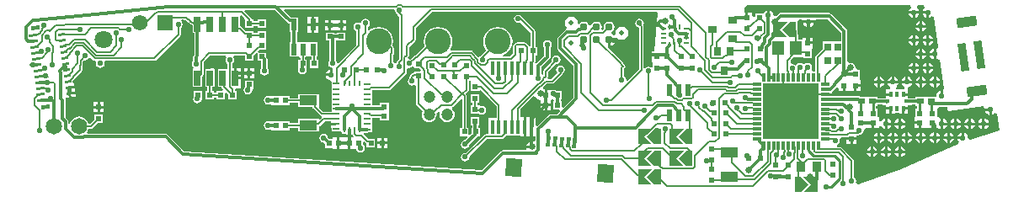
<source format=gtl>
%FSTAX23Y23*%
%MOIN*%
%SFA1B1*%

%IPPOS*%
%AMD37*
4,1,4,-0.029100,0.037400,-0.033700,-0.033300,0.029100,-0.037400,0.033700,0.033300,-0.029100,0.037400,0.0*
%
%AMD38*
4,1,4,-0.006500,0.020200,-0.009100,-0.019100,0.006500,-0.020200,0.009100,0.019100,-0.006500,0.020200,0.0*
%
%AMD39*
4,1,4,0.014900,0.007100,-0.016200,0.003000,-0.014900,-0.007100,0.016200,-0.003000,0.014900,0.007100,0.0*
%
%AMD40*
4,1,4,0.012000,0.006700,-0.013400,0.003400,-0.012000,-0.006700,0.013400,-0.003400,0.012000,0.006700,0.0*
%
%AMD41*
4,1,4,0.015500,0.009900,-0.017600,0.005500,-0.015500,-0.009900,0.017600,-0.005500,0.015500,0.009900,0.0*
%
%AMD45*
4,1,4,0.023200,-0.052400,0.007900,0.056700,-0.023200,0.052400,-0.007900,-0.056700,0.023200,-0.052400,0.0*
%
%AMD46*
4,1,4,0.041700,-0.014000,0.036200,0.025000,-0.041700,0.014000,-0.036200,-0.025000,0.041700,-0.014000,0.0*
%
%ADD14C,0.010000*%
%ADD15C,0.006000*%
%ADD16O,0.020000X0.040000*%
%ADD17R,0.024400X0.023600*%
%ADD18R,0.021700X0.021700*%
%ADD19R,0.023600X0.024400*%
%ADD20R,0.026600X0.009800*%
%ADD21R,0.009800X0.022600*%
%ADD22R,0.070900X0.039400*%
%ADD23R,0.224400X0.224400*%
%ADD24R,0.033500X0.011800*%
%ADD25R,0.011800X0.033500*%
%ADD26R,0.027600X0.029500*%
%ADD27R,0.025600X0.060000*%
%ADD28R,0.018700X0.009800*%
%ADD29R,0.009800X0.018700*%
%ADD30R,0.017700X0.058100*%
%ADD31R,0.023600X0.047200*%
%ADD32R,0.023600X0.045300*%
%ADD33C,0.031000*%
%ADD34R,0.045300X0.057100*%
%ADD35R,0.035400X0.039400*%
%ADD36R,0.029500X0.023600*%
G04~CAMADD=37~9~0.0~0.0~709.0~630.0~0.0~0.0~0~0.0~0.0~0.0~0.0~0~0.0~0.0~0.0~0.0~0~0.0~0.0~0.0~86.3~674.0~747.0*
%ADD37D37*%
G04~CAMADD=38~9~0.0~0.0~394.0~157.0~0.0~0.0~0~0.0~0.0~0.0~0.0~0~0.0~0.0~0.0~0.0~0~0.0~0.0~0.0~86.3~182.0~403.0*
%ADD38D38*%
G04~CAMADD=39~9~0.0~0.0~315.0~102.0~0.0~0.0~0~0.0~0.0~0.0~0.0~0~0.0~0.0~0.0~0.0~0~0.0~0.0~0.0~7.5~324.0~141.0*
%ADD39D39*%
G04~CAMADD=40~9~0.0~0.0~256.0~102.0~0.0~0.0~0~0.0~0.0~0.0~0.0~0~0.0~0.0~0.0~0.0~0~0.0~0.0~0.0~7.5~268.0~133.0*
%ADD40D40*%
G04~CAMADD=41~9~0.0~0.0~335.0~157.0~0.0~0.0~0~0.0~0.0~0.0~0.0~0~0.0~0.0~0.0~0.0~0~0.0~0.0~0.0~7.5~352.0~197.0*
%ADD41D41*%
%ADD42C,0.102400*%
%ADD43R,0.023600X0.015700*%
%ADD44R,0.015700X0.023600*%
G04~CAMADD=45~9~0.0~0.0~1102.0~315.0~0.0~0.0~0~0.0~0.0~0.0~0.0~0~0.0~0.0~0.0~0.0~0~0.0~0.0~0.0~278.0~464.0~1133.0*
%ADD45D45*%
G04~CAMADD=46~9~0.0~0.0~394.0~787.0~0.0~0.0~0~0.0~0.0~0.0~0.0~0~0.0~0.0~0.0~0.0~0~0.0~0.0~0.0~278.0~834.0~499.0*
%ADD46D46*%
%ADD47R,0.021700X0.021700*%
%ADD48R,0.027600X0.035400*%
%ADD49R,0.035400X0.031500*%
%ADD88C,0.070900*%
%ADD89C,0.012000*%
%ADD90C,0.008000*%
%ADD91C,0.062000*%
%ADD92R,0.062000X0.062000*%
%ADD93C,0.019500*%
%ADD94C,0.047200*%
%ADD95C,0.065000*%
%ADD96C,0.022000*%
%ADD97C,0.026000*%
%LNmcu_pcb-1*%
%LPD*%
G36*
X05003Y01243D02*
Y01207D01*
X0493*
Y01178*
X04903Y01151*
X04901Y01148*
X049Y01145*
Y01088*
X04891*
X04886Y01098*
X04887Y01105*
X04886Y01111*
X04882Y01117*
X04876Y01121*
X0487Y01122*
X04863Y01121*
X04862Y0112*
X04855Y01118*
X04847Y0112*
X04846Y01121*
X0484Y01122*
X04833Y01121*
X04827Y01117*
X04822Y01112*
X04816Y01116*
X0481Y01117*
X04803Y01124*
X04802Y01133*
X04814Y01145*
X04853*
Y0114*
X04886*
Y01173*
X0489Y01182*
Y01198*
X0487*
Y01203*
X04865*
Y01223*
X04849*
Y01214*
X04834*
Y01233*
X04833Y01236*
X04831Y01239*
X04831Y0124*
Y0125*
X04831Y0125*
Y01285*
X04831Y01285*
X04836Y01295*
X04845*
X0485Y0129*
X04899*
X04904Y01295*
X04951*
X05003Y01243*
G37*
G36*
X04825Y01225D02*
X048D01*
X0477Y01255*
X048Y01285*
X04825*
Y01225*
G37*
G36*
X0476Y01255D02*
X0479Y01225D01*
X04735*
Y01285*
X0479*
X0476Y01255*
G37*
G36*
X05276Y0135D02*
X05279Y0134D01*
X05276Y01338*
X05271Y01331*
X0527Y01327*
X05311*
X05311Y01331*
X05306Y01338*
X05303Y0134*
X05306Y0135*
X05331Y0135*
X05334Y0134*
X05331Y01338*
X05326Y01331*
X05326Y01327*
X05346*
Y01322*
X05351*
Y01302*
X05354Y01303*
X05361Y01307*
X05371Y01305*
X05388Y01184*
X05386Y01182*
X05379Y01177*
X05379Y01177*
Y01157*
Y01137*
X05382Y01137*
X05385Y01139*
X05395Y01135*
X05411Y01021*
X05406Y01016*
Y00992*
X05396*
Y01012*
X05393Y01011*
X05386Y01007*
X05381Y01*
X0538Y00992*
X05376Y00987*
X05349*
X0534*
X05339*
X05297*
Y00982*
X05282*
Y00983*
X05268*
Y00992*
X0525*
Y01002*
X05268*
Y01016*
Y01018*
X05271Y01027*
X05272Y01027*
X05278Y01032*
X05283Y01039*
X05284Y01042*
X05243*
X05244Y01039*
X05248Y01032*
X05253Y01028*
X05252Y01018*
X05232*
X05222Y01018*
X05221Y01019*
X05223Y01032*
X05223*
X05228Y01039*
X05229Y01042*
X05188*
X05188Y01039*
X05193Y01032*
X05198Y01028*
X05196Y01018*
X05181*
Y01002*
X05199*
Y00992*
X05181*
Y00983*
X05167*
Y00982*
X05147*
Y00987*
X05105*
X05104*
X05079*
X05079Y00987*
X05075Y0099*
X05071Y00991*
X04967*
Y00993*
X0494*
Y01003*
X04967*
Y01008*
X04969Y0101*
X04984Y01024*
X04986Y01024*
X04994Y01021*
Y01011*
X0501*
Y01032*
X0502*
Y01011*
X05029*
X05035*
X05045*
X05055*
Y01032*
X0506*
Y01037*
X0508*
Y01052*
X05076Y01061*
Y01062*
Y01094*
X05067*
X05059Y01104*
X05059Y01105*
X05057Y01112*
X05053Y01118*
X05047Y01122*
X0504Y01124*
X05037Y01123*
X05027Y0113*
Y01248*
X05026Y01253*
X05024Y01257*
X04965Y01316*
X04961Y01319*
X04956Y0132*
X04763*
X04758Y01319*
X04754Y01316*
X04746Y01308*
X04742Y01309*
X04735Y01312*
X04734Y01318*
X0473Y01325*
X04723Y01329*
X0472Y0133*
Y0131*
X0471*
Y0133*
X04706Y01329*
X04699Y01325*
X04696Y01319*
X04663*
Y01305*
X0466Y01304*
X0465Y01309*
Y01323*
X04635*
Y01303*
X04625*
Y01323*
X0462*
X0462Y01341*
X04629Y01351*
X05276Y0135*
G37*
G36*
X04276Y0132D02*
X04262Y01168D01*
X04254*
Y01127*
X04257Y01123*
X04256Y01106*
X04249Y01104*
X04246Y01106*
X0424Y01107*
X04233Y01106*
X04227Y01102*
X04227Y01102*
X04221Y01103*
Y01268*
X04221Y01272*
X0422Y01272*
X04221Y01273*
X04222Y0128*
X04221Y01286*
X04217Y01292*
X04211Y01296*
X04205Y01297*
X04198Y01296*
X04192Y01292*
X04189Y01286*
X04187Y0128*
X04189Y01273*
X04192Y01267*
X04198Y01264*
X04203Y01263*
Y01098*
X04158Y01052*
X04153Y01054*
X04152Y01055*
X04151Y01061*
X04147Y01067*
X04144Y01069*
Y011*
X04146Y01102*
X04148Y01105*
X04149Y01109*
X04148Y01112*
X04146Y01115*
X04141Y01121*
X04139Y01124*
X04078Y01184*
X0408Y01186*
Y01215*
X04085*
Y0122*
X0411*
X04109Y01221*
X04115Y01223*
X04116Y01221*
X04125Y01216*
X04135Y01214*
X04145Y01216*
X04153Y01221*
X04159Y0123*
X04161Y0124*
X04159Y0125*
X04153Y01258*
X04145Y01264*
X04135Y01266*
X04125Y01264*
X04116Y01258*
X04111Y0125*
X04109Y0124*
X0411Y01234*
X04104Y01231*
X04103Y01233*
X04094Y01239*
X04094*
X04094Y01242*
X04094Y01245*
X041Y01249*
X04105Y01256*
X04106Y01265*
X04105Y01273*
X041Y0128*
X04093Y01285*
X04085Y01286*
X04076Y01285*
X04069Y0128*
X04064Y01273*
X04063Y01265*
X04064Y01257*
X0406Y01253*
X04055Y01256*
X04056Y01265*
X04055Y01273*
X0405Y0128*
X04043Y01285*
X04035Y01286*
X04026Y01285*
X04019Y0128*
X04014Y01273*
X04014Y01271*
X04012Y0127*
X04005Y01273*
X04005Y01273*
X04Y0128*
X03993Y01285*
X03985Y01286*
X03976Y01285*
X03969Y0128*
X03966Y01275*
X0396Y01278*
X03961Y0128*
X03959Y0129*
X03953Y01298*
X03945Y01304*
X03935Y01306*
X03925Y01304*
X03916Y01298*
X03911Y0129*
X03909Y0128*
X03911Y0127*
X03916Y01262*
X03915Y01258*
X03914Y01256*
X03913Y01255*
X03909Y01253*
X03882Y01226*
X0388Y01222*
X03879Y01218*
Y01182*
X0388Y01177*
X03882Y01173*
X03942Y01113*
Y00985*
X03902Y00944*
X03896Y00947*
Y00971*
X03892*
Y00978*
X03896*
Y01011*
X03877*
X03877Y01012*
X03871Y01016*
X03865Y01017*
X0386Y01016*
X03854Y01015*
X03839*
Y00995*
X03829*
Y01017*
X03825Y01019*
X03825Y0102*
X03825Y01026*
X03838Y0104*
X03859*
X03863Y01041*
X03866Y01043*
X03898Y01075*
X039Y01078*
X039Y0108*
X03904Y01082*
X03908Y01088*
X03909Y01095*
X03908Y01101*
X03904Y01107*
X03898Y01111*
X03892Y01112*
X03885Y01111*
X03879Y01107*
X03876Y01101*
X03874Y01095*
X03876Y01088*
X03879Y01082*
Y01082*
X03855Y01058*
X03842*
X0384Y01064*
X03841Y01066*
X03842Y01069*
Y01085*
X03874Y01117*
X03875Y01117*
X03881Y01119*
X03887Y01122*
X03891Y01128*
X03892Y01135*
X03891Y01141*
X03887Y01147*
X03881Y01151*
X03875Y01152*
X03868Y01151*
X03862Y01147*
X03859Y01141*
X03857Y01135*
X03858Y01128*
X03826Y01096*
X03824Y01093*
X03823Y01089*
Y01078*
X03822Y01076*
X03817Y01079*
X03816Y0108*
Y01105*
X03848Y01137*
X03851Y01141*
X03852Y01146*
Y01182*
Y01182*
X03856Y01188*
X03857Y01195*
X03856Y01201*
X03852Y01207*
X03846Y01211*
X0384Y01212*
X03833Y01211*
X03827Y01207*
X03824Y01201*
X03822Y01195*
X03824Y01188*
X03827Y01182*
Y01182*
Y01151*
X03797Y01121*
X03791Y01123*
Y01124*
X03792Y01127*
Y01153*
X03799*
Y01186*
X03792*
Y01247*
X03791Y0125*
X03789Y01253*
X03742Y013*
X03741Y01304*
X03737Y01309*
X03732Y01313*
X03725Y01314*
X03719Y01313*
X03713Y01309*
X03709Y01304*
X03708Y01297*
X03709Y0129*
X03713Y01285*
X03719Y01281*
X03725Y0128*
X03732Y01281*
X03734Y01282*
X03773Y01243*
Y0119*
X03772Y01189*
X03767Y01189*
X03766Y01191*
X03756Y01201*
X03753Y01203*
X0375Y01204*
X0372*
X03716Y01203*
X03713Y01201*
X03708Y01196*
X03706Y01193*
X03705Y0119*
Y0116*
X03693Y01147*
X03665*
X03664Y01153*
X03673Y01157*
X03685Y01166*
X03694Y01178*
X037Y01192*
X03702Y01207*
X037Y01222*
X03694Y01236*
X03685Y01248*
X03673Y01257*
X03659Y01263*
X03644Y01265*
X03629Y01263*
X03615Y01257*
X03603Y01248*
X03594Y01236*
X03588Y01222*
X03586Y01207*
X03588Y01192*
X03594Y01178*
X03598Y01173*
X03578Y01152*
X03576Y0115*
Y01149*
X03572Y01147*
X03567Y01146*
X03545Y01168*
X03542Y0117*
X03539Y01171*
X0346*
X03458Y01172*
X03456Y01176*
X03458Y01178*
X03463Y01192*
X03465Y01207*
X03463Y01222*
X03458Y01236*
X03449Y01248*
X03437Y01257*
X03423Y01263*
X03408Y01265*
X03393Y01263*
X03379Y01257*
X03367Y01248*
X03358Y01236*
X03352Y01222*
X0335Y01207*
X03352Y01192*
X03354Y01188*
X0332Y01154*
X0332*
X03316Y01153*
X03313Y01151*
X03298Y01136*
X03295Y01137*
X03289Y01142*
X03288Y01144*
X03291Y01147*
X03293Y0115*
X03294Y01153*
Y01186*
X03316Y01208*
X03318Y01211*
X03319Y01215*
Y01261*
X03382Y01324*
X04272*
X04276Y0132*
G37*
G36*
X03237Y0133D02*
X03237Y0133D01*
X03239Y01323*
X03242Y01317*
X03248Y01314*
X03248Y01313*
X03255Y01306*
Y01153*
X03255Y01152*
X03254Y01149*
Y01139*
X03248Y01133*
X03246Y0113*
X03245Y01126*
Y01124*
X03243Y01121*
X0324Y0112*
X03236Y01121*
X03233Y01125*
X0323Y01127*
Y01155*
X0323Y01156*
X03232Y01159*
X03232Y01162*
Y0118*
X03232Y01183*
X0323Y01186*
X03226Y0119*
X03227Y01192*
X03229Y01207*
X03227Y01222*
X03222Y01236*
X03212Y01248*
X032Y01257*
X03186Y01263*
X03172Y01265*
X03157Y01263*
X03143Y01257*
X03135Y01251*
X03129Y01254*
Y01265*
X03132Y01267*
X03136Y01273*
X03137Y0128*
X03136Y01286*
X03132Y01292*
X03126Y01296*
X0312Y01297*
X03113Y01296*
X03107Y01292*
X03104Y01286*
X03103Y01283*
X03096Y0128*
X03096Y01281*
X0309Y01282*
X03083Y01281*
X03077Y01277*
X03074Y01271*
X03072Y01265*
X03074Y01258*
X03077Y01252*
X03083Y01249*
X03085Y01248*
Y01193*
X03013Y01121*
X03006Y01123*
X03006Y01126*
X03002Y01132*
Y01132*
Y0121*
X03008Y0121*
X03041*
Y01243*
X03008*
Y01239*
X02996*
Y01243*
X02963*
Y0121*
X02977*
Y01132*
Y01132*
X02974Y01126*
X02972Y0112*
X02974Y01113*
X02977Y01107*
X02983Y01104*
X0299Y01102*
X02992Y01099*
X0299Y01097*
Y01075*
X02985*
Y0107*
X02964*
X02965Y01066*
X02969Y01059*
X02976Y01055*
X02981Y01054*
X02985Y01052*
X02986Y01047*
Y0103*
Y01024*
Y01008*
Y00968*
Y00929*
X02952*
X02938Y00943*
X02936Y00948*
Y00999*
X02853*
Y00983*
X0282*
Y00993*
X0279*
X02785*
X02779*
X02749*
X02743Y0099*
X02741Y00991*
X02735Y00992*
X02728Y00991*
X02722Y00987*
X02719Y00981*
X02717Y00975*
X02719Y00968*
X02722Y00962*
X02728Y00959*
X02735Y00957*
X02741Y00959*
X02743Y0096*
X02749Y00956*
X02779*
X02784*
X0279*
X0282*
Y00965*
X02853*
Y00948*
X02911*
X02911Y00945*
X02913Y00942*
X02942Y00914*
X02945Y00912*
X02945Y00911*
X02946Y00911*
X02947Y00905*
X02941Y00899*
X02936Y00901*
X02853*
Y00884*
X0282*
Y00893*
X0279*
X02785*
X02779*
X02749*
X02743Y0089*
X02741Y00891*
X02735Y00892*
X02728Y00891*
X02722Y00887*
X02719Y00881*
X02717Y00875*
X02719Y00868*
X02722Y00862*
X02728Y00859*
X02735Y00857*
X02741Y00859*
X02743Y0086*
X02749Y00856*
X02779*
X02784*
X0279*
X0282*
Y00865*
X02853*
Y0085*
X02936*
Y00871*
X02939Y00872*
X02942Y00874*
X02959Y00891*
X02982*
Y00886*
X03005*
Y00876*
X02982*
Y00866*
X02986*
Y0085*
X03024*
X03026Y00845*
Y00841*
X03042*
Y00837*
X03052*
Y00858*
X03062*
Y00837*
X03069*
X0307Y00836*
X03073Y00833*
X03071Y00827*
X03061*
Y00805*
Y00782*
X03078*
X03083Y0078*
X03084Y00778*
X03087Y00772*
X03093Y00769*
X031Y00767*
X03106Y00769*
X03112Y00772*
X03116Y00778*
X03117Y00785*
X03116Y00791*
X03112Y00797*
X03111Y00798*
Y00799*
X0311Y008*
Y00808*
X03116Y0081*
X0312Y00806*
X03123Y00804*
X03125Y00803*
Y00788*
X03158*
Y00821*
X03134*
X03134Y00821*
X03131*
X03112Y0084*
X03112Y00843*
X03114Y00846*
X03128*
X03133Y00847*
X03133Y00848*
X03147*
Y00864*
Y00869*
Y0087*
Y00905*
X03176*
Y00894*
X03213*
Y00929*
Y0093*
Y00965*
X03176*
Y00955*
X03147*
Y00968*
Y01016*
X03215*
X03218Y01016*
X03221Y01018*
X03282Y01079*
X03284Y01082*
X03284Y01085*
Y01099*
X0329Y01103*
X03295Y01102*
X03301Y01104*
X03307Y01107*
X03313Y01105*
Y01101*
X03333*
X03337Y01097*
X03337Y01096*
X03339Y01094*
X03337Y01088*
X03313*
Y01085*
X03309Y01084*
X03306Y01082*
X03298Y01074*
X03296Y01071*
X03295Y01067*
Y01064*
X03292Y01062*
X03289Y01056*
X03287Y0105*
X03289Y01043*
X03292Y01037*
X03298Y01034*
X03305Y01032*
X03311Y01034*
X03314Y01036*
X0332Y01033*
Y00961*
X03321Y00957*
X03323Y00954*
X03346Y00932*
X03343Y00926*
X03342Y00918*
X03343Y00911*
X03346Y00903*
X03351Y00897*
X03357Y00892*
X03364Y00889*
X03372Y00888*
X0338Y00889*
X03387Y00892*
X03393Y00897*
X03398Y00903*
X03401Y00911*
X03402Y00918*
X03401Y00923*
X0341Y00932*
X03415Y00929*
X03414Y00926*
X03413Y00918*
X03414Y00911*
X03417Y00903*
X03422Y00897*
X03428Y00892*
X03435Y00889*
X03443Y00888*
X03451Y00889*
X03458Y00892*
X03464Y00897*
X03469Y00903*
X03472Y00911*
X03473Y00918*
X03472Y00926*
X03469Y00933*
X03464Y00939*
X03463Y0094*
Y00942*
X03464Y00947*
X03466Y00948*
X03497Y00979*
X03502Y00977*
Y00866*
X03495*
Y00833*
X03522*
X03524Y00827*
X03515Y00817*
X03508Y00816*
X03502Y00812*
X03499Y00806*
X03497Y008*
X03499Y00793*
X03502Y00787*
X03508Y00784*
X03515Y00782*
X03521Y00784*
X03527Y00787*
X03531Y00793*
X03532Y008*
X03561Y00829*
X03564Y00833*
X03574*
Y00866*
X03567*
Y00875*
X03571*
Y00908*
X03538*
Y00875*
X03542*
Y00866*
X03541*
Y00846*
X0354Y00845*
Y00843*
X03534Y00837*
X03528Y00839*
Y00866*
X03521*
Y00993*
X0352Y00996*
X03518Y00999*
X03518Y01*
X03526Y01008*
X03528Y01011*
X03529Y01015*
Y0105*
X03536*
X03538Y01045*
X03538Y01044*
Y01011*
X03571*
Y01011*
X03577Y01014*
X03639Y00952*
Y00904*
X03608*
Y0084*
X03596*
X03592Y00839*
X03589Y00837*
X03518Y00766*
X03515Y00767*
X03508Y00766*
X03502Y00762*
X03499Y00756*
X03497Y0075*
X03499Y00743*
X03502Y00737*
X03508Y00734*
X03515Y00732*
X03521Y00734*
X03527Y00737*
X03531Y00743*
X03532Y0075*
X03531Y00753*
X036Y00822*
X03661*
X03664Y00822*
X03667Y00824*
X03677Y00834*
X03732*
Y0083*
X03746*
Y00869*
Y00908*
X03734*
Y00939*
X03785Y0099*
X03792Y00989*
X03796Y00983*
X03804Y00978*
X03813Y00976*
Y0096*
X03834*
X03854*
Y00975*
X0386Y00979*
X03863Y00978*
X03867Y00974*
Y00971*
X03863*
Y00938*
X03888*
X0389Y00932*
X03877Y00919*
X03852*
X03847Y00918*
X03843Y00916*
X03801Y00873*
X03795Y00876*
Y00908*
X03781*
Y00869*
Y0083*
X03792*
Y00815*
X03786Y00812*
X03785Y00812*
Y0079*
X0378*
Y00785*
X03757*
X03757Y00783*
X03754Y00777*
X03665*
X0366Y00776*
X03656Y00773*
X0358Y00697*
X02403Y00773*
X02338Y00838*
X02334Y00841*
X0233Y00842*
X0202*
X02017Y00848*
X02021Y00852*
X02025Y00862*
X02025Y00863*
X02035*
X02038Y00863*
X02041Y00865*
X02061Y00885*
X02081*
Y00918*
X02048*
Y00898*
X02031Y00881*
X02025*
X02025Y00882*
X02021Y00891*
X02014Y00899*
X02006Y00905*
X01997Y00909*
X01987Y0091*
X01977Y00909*
X01968Y00905*
X0196Y00899*
X01953Y00891*
X0195Y00882*
X01944Y00883*
Y0089*
X01943Y00895*
X0194Y00899*
X01933Y00906*
Y00974*
X01932Y00978*
X01932Y00979*
X01935Y00984*
X01946Y00985*
X01944Y01*
X01949Y01001*
X01948Y01006*
X01971Y01009*
X01971Y01013*
X01969Y01023*
X01947Y0102*
X01945Y01029*
X01968Y01032*
X01967Y01043*
X01963Y01042*
X01961Y01051*
X01969Y01058*
X01971Y01061*
X01971Y01063*
X01996Y01088*
X01998Y01091*
X01999Y01095*
Y01109*
X02Y01111*
X02001Y01115*
Y01128*
X02006Y01133*
X0201Y01132*
X02016Y01134*
X02022Y01137*
X02025Y01142*
X02027Y01143*
X02031Y01145*
X02043Y01133*
X02046Y01131*
X0205Y0113*
X0205*
X02053Y01124*
X02052Y0112*
X02054Y01113*
X02057Y01107*
X02063Y01104*
X0207Y01102*
X02076Y01104*
X02082Y01107*
X02086Y01113*
X02087Y0112*
X02086Y01124*
X02089Y0113*
X02285*
X02288Y01131*
X02291Y01133*
X02386Y01228*
X02388Y01231*
X02389Y01234*
Y0126*
X02392Y01262*
X02395Y01268*
X02397Y01275*
X02395Y01281*
X02392Y01287*
X0239Y01288*
X02392Y01294*
X02398*
X02398Y01294*
X02406Y01292*
X02414Y01288*
X02414Y01287*
X02419Y01282*
X02419Y01281*
X0243Y01274*
X02436Y01271*
Y0124*
X02442*
Y01155*
X02441Y01153*
X02438Y01149*
X02437Y01145*
Y01131*
X02434Y01125*
X02432Y01118*
X02434Y01112*
X02437Y01106*
X02439Y01105*
X02438Y01099*
X02436*
Y01027*
X02473*
Y01069*
X02476Y01071*
X02478Y01074*
X02479Y01078*
Y01125*
X02505Y0115*
X02567*
X02568Y01149*
X0257Y01144*
X02567Y0114*
X02566Y01134*
X02567Y01127*
X02571Y01121*
X02574Y01119*
Y01105*
X02573Y01099*
X02536*
Y01027*
X02551*
X02551Y01024*
X02553Y01021*
X02557Y01017*
X02555Y01011*
X0253*
Y01004*
X02519*
Y01011*
X02512*
Y01027*
X02523*
Y01072*
X02524Y01073*
Y01092*
X02524Y01093*
X02524Y01093*
X02523Y01099*
X02523*
X02518Y01102*
X02515Y01102*
X02511Y01102*
X02508Y011*
X02508Y011*
X02507Y01099*
X02486*
Y01027*
X02493*
Y01011*
X02486*
Y00978*
X02519*
Y00985*
X0253*
Y00978*
X02563*
Y01003*
X02569Y01005*
X02576Y00998*
Y00978*
X02609*
Y01011*
X02602*
Y01019*
X02607Y01023*
X02627*
Y01058*
X02605*
Y01063*
X026*
Y01103*
X02592*
Y01119*
X02595Y01121*
X02599Y01127*
X026Y01134*
X02599Y0114*
X02596Y01144*
X02598Y01149*
X02599Y0115*
X02643*
Y0113*
X02676*
Y0115*
X02684Y01158*
X02686Y01161*
X02692Y0116*
X02693Y0116*
Y01159*
Y01159*
Y0113*
X02707*
Y01102*
Y01102*
X02704Y01096*
X02702Y0109*
X02704Y01083*
X02707Y01077*
X02713Y01074*
X0272Y01072*
X02726Y01074*
X02732Y01077*
X02736Y01083*
X02737Y0109*
X02736Y01096*
X02732Y01102*
Y01102*
Y01137*
X02731Y01141*
X02728Y01145*
X02726Y01147*
Y01163*
X02697*
X02697*
X02696*
X02696Y01164*
X02694Y01169*
X027Y01176*
X02702*
X02703Y01176*
X02726*
Y01209*
Y01215*
Y01248*
X02693*
Y01241*
X02676*
Y01248*
X02645*
X02629Y01265*
X02626Y01267*
X02623Y01267*
Y01308*
X02629Y0131*
X0264Y01299*
X02643Y01294*
Y01261*
X02676*
Y01267*
X02693*
Y01261*
X02726*
Y01294*
X02693*
Y01288*
X02676*
Y01294*
X0267*
Y01295*
X02669Y01298*
X02667Y01302*
X02641Y01327*
X02644Y01333*
X0276*
X02812Y01282*
X02816Y01279*
X02819Y01278*
Y01245*
X02825*
Y01204*
X02819*
Y01147*
X02851*
X02855Y01147*
X02858*
X02862Y01142*
Y01136*
X02855*
Y01103*
X02854Y01101*
X02852Y01095*
X02854Y01088*
X02857Y01082*
X02863Y01079*
X0287Y01077*
X02876Y01079*
X02882Y01082*
X02886Y01088*
X02887Y01095*
X02886Y01097*
X02888Y01103*
Y01136*
X02881*
Y01142*
X02885Y01147*
X02892Y01147*
X02898Y01147*
X02908*
Y01136*
X02901*
Y01103*
X02934*
Y01136*
X02927*
Y01147*
X0293*
Y01204*
X02898*
X02894*
X02888*
X02861*
X02857*
X02854*
X02849Y01208*
Y01245*
X02855*
Y01302*
X02833*
X02831Y01303*
X02826*
X02797Y01331*
X028Y01336*
X03232*
X03237Y0133*
G37*
G36*
X05297Y00952D02*
X05303D01*
Y0094*
X05296*
Y00908*
X05292*
Y00891*
X05315*
Y00886*
X0532*
Y00865*
X05337*
X05342*
X0536*
Y00886*
X0537*
Y00865*
X05387*
X05391Y00863*
X05393Y00862*
X05396Y00861*
Y00881*
Y00902*
X05387Y00908*
Y00908*
X05383*
Y0094*
X0539Y00947*
X05422*
X05423Y00938*
Y00938*
X05423Y00937*
X05426Y00933*
X0543Y00932*
X05431Y00932*
X05566Y00951*
X05568Y00949*
X05574Y00942*
Y00942*
X05594*
Y00937*
X05599*
Y00916*
X05602Y00917*
X05609Y00921*
X05611Y00924*
X05621Y00921*
X0563Y00855*
X05514Y00819*
X05505Y00826*
X05505Y00827*
X05504Y00835*
X05499Y00841*
X05492Y00846*
X05489Y00847*
Y00826*
X05484*
Y00821*
X05463*
X05464Y00818*
X05468Y00812*
X05469Y0081*
X05467Y008*
X0536Y00755*
X0524Y007*
X0508Y00645*
X05069Y00642*
X05066Y00644*
X05061Y00651*
X05062Y00655*
X05061Y00661*
X05057Y00667*
X05054Y00669*
Y00735*
X05053Y00738*
X05051Y00741*
X05006Y00786*
X05003Y00788*
X05Y00789*
X04988*
X04986Y00799*
X04992Y00802*
X04996Y00808*
X04997Y00815*
X04996Y00819*
X05Y00826*
X05002Y00829*
X05024*
Y00827*
X05045*
X05065*
Y00835*
X0507*
X05073Y00836*
X05075Y00837*
X05081Y00839*
X05087Y00842*
X05091Y00848*
X05092Y00855*
Y00855*
X05094Y00858*
X05102Y00865*
X05107*
X05125*
Y00886*
X05135*
Y00865*
X05152*
Y0087*
X05157Y00872*
X05162Y00872*
X05166Y00866*
X05172Y00862*
X05176Y00861*
Y00881*
Y00902*
X05172Y00901*
X05166Y00897*
X05162Y00891*
X05157Y00891*
X05152Y00893*
Y00908*
X05148*
Y0094*
X05141*
Y00952*
X05147*
Y00957*
X05167*
Y00956*
X05179*
X0518Y00955*
X05181Y00955*
Y00948*
X05199*
Y00943*
X05204*
Y00921*
X05217*
Y00925*
X05232*
Y00921*
X05245*
Y00943*
X0525*
Y00948*
X05268*
Y00956*
X05282*
Y00957*
X05297*
Y00952*
G37*
G36*
X04415Y008D02*
X0439D01*
X0436Y0083*
X0439Y0086*
X04415*
Y008*
G37*
G36*
X0435Y0083D02*
X0438Y008D01*
X04325*
Y0086*
X0438*
X0435Y0083*
G37*
G36*
X0429Y008D02*
X04265D01*
X04235Y0083*
X04265Y0086*
X0429*
Y008*
G37*
G36*
X04225Y0083D02*
X04255Y008D01*
X042*
Y0086*
X04255*
X04225Y0083*
G37*
G36*
X04415Y00715D02*
X0439D01*
X0436Y00745*
X0439Y00775*
X04415*
Y00715*
G37*
G36*
X0435Y00745D02*
X0438Y00715D01*
X04325*
Y00775*
X0438*
X0435Y00745*
G37*
G36*
X0429Y00715D02*
X04265D01*
X04235Y00745*
X04265Y00775*
X0429*
Y00715*
G37*
G36*
X04225Y00745D02*
X04255Y00715D01*
X042*
Y00775*
X04255*
X04225Y00745*
G37*
G36*
X0429Y0064D02*
X04265D01*
X04235Y0067*
X04265Y007*
X0429*
Y0064*
G37*
G36*
X04225Y0067D02*
X04255Y0064D01*
X042*
Y007*
X04255*
X04225Y0067*
G37*
G36*
X0491Y0061D02*
X04855D01*
X04885Y0064*
X04855Y0067*
X0491*
Y0061*
G37*
G36*
X04875Y0064D02*
X04845Y0061D01*
X0482*
Y0067*
X04845*
X04875Y0064*
G37*
%LNmcu_pcb-2*%
%LPC*%
G36*
X04895Y0128D02*
X0488D01*
Y01264*
X04883Y01265*
X0489Y01269*
X04894Y01276*
X04895Y0128*
G37*
G36*
X0487D02*
X04854D01*
X04855Y01276*
X04859Y01269*
X04866Y01265*
X0487Y01264*
Y0128*
G37*
G36*
X0489Y01223D02*
X04875D01*
Y01208*
X0489*
Y01223*
G37*
G36*
X05341Y01317D02*
X05326D01*
X05326Y01314*
X05331Y01307*
X05338Y01303*
X05341Y01302*
Y01317*
G37*
G36*
X05311D02*
X05296D01*
Y01302*
X05299Y01303*
X05306Y01307*
X05311Y01314*
X05311Y01317*
G37*
G36*
X05286D02*
X0527D01*
X05271Y01314*
X05276Y01307*
X05283Y01303*
X05286Y01302*
Y01317*
G37*
G36*
X05323Y01288D02*
Y01272D01*
X05339*
X05338Y01275*
X05334Y01282*
X05327Y01287*
X05323Y01288*
G37*
G36*
X05313D02*
X0531Y01287D01*
X05303Y01282*
X05299Y01275*
X05298Y01272*
X05313*
Y01288*
G37*
G36*
X05339Y01262D02*
X05323D01*
Y01247*
X05327Y01247*
X05334Y01252*
X05338Y01259*
X05339Y01262*
G37*
G36*
X05313D02*
X05298D01*
X05299Y01259*
X05303Y01252*
X0531Y01247*
X05313Y01247*
Y01262*
G37*
G36*
X05351Y01233D02*
Y01217D01*
X05366*
X05366Y0122*
X05361Y01227*
X05354Y01232*
X05351Y01233*
G37*
G36*
X05341D02*
X05338Y01232D01*
X05331Y01227*
X05326Y0122*
X05326Y01217*
X05341*
Y01233*
G37*
G36*
X05296D02*
Y01217D01*
X05311*
X05311Y0122*
X05306Y01227*
X05299Y01232*
X05296Y01233*
G37*
G36*
X05286D02*
X05283Y01232D01*
X05276Y01227*
X05271Y0122*
X0527Y01217*
X05286*
Y01233*
G37*
G36*
X05366Y01207D02*
X05351D01*
Y01192*
X05354Y01192*
X05361Y01197*
X05366Y01204*
X05366Y01207*
G37*
G36*
X05341D02*
X05326D01*
X05326Y01204*
X05331Y01197*
X05338Y01192*
X05341Y01192*
Y01207*
G37*
G36*
X05311D02*
X05296D01*
Y01192*
X05299Y01192*
X05306Y01197*
X05311Y01204*
X05311Y01207*
G37*
G36*
X05286D02*
X0527D01*
X05271Y01204*
X05276Y01197*
X05283Y01192*
X05286Y01192*
Y01207*
G37*
G36*
X05369Y01177D02*
X05365Y01177D01*
X05358Y01172*
X05354Y01165*
X05353Y01162*
X05369*
Y01177*
G37*
G36*
X05323D02*
Y01162D01*
X05339*
X05338Y01165*
X05334Y01172*
X05327Y01177*
X05323Y01177*
G37*
G36*
X05313D02*
X0531Y01177D01*
X05303Y01172*
X05299Y01165*
X05298Y01162*
X05313*
Y01177*
G37*
G36*
X05369Y01152D02*
X05353D01*
X05354Y01149*
X05358Y01142*
X05365Y01137*
X05369Y01137*
Y01152*
G37*
G36*
X05339D02*
X05323D01*
Y01137*
X05327Y01137*
X05334Y01142*
X05338Y01149*
X05339Y01152*
G37*
G36*
X05313D02*
X05298D01*
X05299Y01149*
X05303Y01142*
X0531Y01137*
X05313Y01137*
Y01152*
G37*
G36*
X05351Y01122D02*
Y01107D01*
X05366*
X05366Y0111*
X05361Y01117*
X05354Y01122*
X05351Y01122*
G37*
G36*
X05341D02*
X05338Y01122D01*
X05331Y01117*
X05326Y0111*
X05326Y01107*
X05341*
Y01122*
G37*
G36*
X05296D02*
Y01107D01*
X05311*
X05311Y0111*
X05306Y01117*
X05299Y01122*
X05296Y01122*
G37*
G36*
X05286D02*
X05283Y01122D01*
X05276Y01117*
X05271Y0111*
X0527Y01107*
X05286*
Y01122*
G37*
G36*
X05366Y01097D02*
X05351D01*
Y01082*
X05354Y01082*
X05361Y01087*
X05366Y01094*
X05366Y01097*
G37*
G36*
X05341D02*
X05326D01*
X05326Y01094*
X05331Y01087*
X05338Y01082*
X05341Y01082*
Y01097*
G37*
G36*
X05311D02*
X05296D01*
Y01082*
X05299Y01082*
X05306Y01087*
X05311Y01094*
X05311Y01097*
G37*
G36*
X05286D02*
X0527D01*
X05271Y01094*
X05276Y01087*
X05283Y01082*
X05286Y01082*
Y01097*
G37*
G36*
X05379Y01067D02*
Y01052D01*
X05394*
X05393Y01055*
X05389Y01062*
X05382Y01067*
X05379Y01067*
G37*
G36*
X05369D02*
X05365Y01067D01*
X05358Y01062*
X05354Y01055*
X05353Y01052*
X05369*
Y01067*
G37*
G36*
X05323D02*
Y01052D01*
X05339*
X05338Y01055*
X05334Y01062*
X05327Y01067*
X05323Y01067*
G37*
G36*
X05313D02*
X0531Y01067D01*
X05303Y01062*
X05299Y01055*
X05298Y01052*
X05313*
Y01067*
G37*
G36*
X05268D02*
Y01052D01*
X05284*
X05283Y01055*
X05278Y01062*
X05272Y01067*
X05268Y01067*
G37*
G36*
X05258D02*
X05255Y01067D01*
X05248Y01062*
X05244Y01055*
X05243Y01052*
X05258*
Y01067*
G37*
G36*
X05213D02*
Y01052D01*
X05229*
X05228Y01055*
X05223Y01062*
X05216Y01067*
X05213Y01067*
G37*
G36*
X05203D02*
X052Y01067D01*
X05193Y01062*
X05188Y01055*
X05188Y01052*
X05203*
Y01067*
G37*
G36*
X05158D02*
Y01052D01*
X05173*
X05173Y01055*
X05168Y01062*
X05161Y01067*
X05158Y01067*
G37*
G36*
X05148D02*
X05145Y01067D01*
X05138Y01062*
X05133Y01055*
X05133Y01052*
X05148*
Y01067*
G37*
G36*
X05394Y01042D02*
X05379D01*
Y01026*
X05382Y01027*
X05389Y01032*
X05393Y01039*
X05394Y01042*
G37*
G36*
X05369D02*
X05353D01*
X05354Y01039*
X05358Y01032*
X05365Y01027*
X05369Y01026*
Y01042*
G37*
G36*
X05339D02*
X05323D01*
Y01026*
X05327Y01027*
X05334Y01032*
X05338Y01039*
X05339Y01042*
G37*
G36*
X05313D02*
X05298D01*
X05299Y01039*
X05303Y01032*
X0531Y01027*
X05313Y01026*
Y01042*
G37*
G36*
X05173D02*
X05158D01*
Y01026*
X05161Y01027*
X05168Y01032*
X05173Y01039*
X05173Y01042*
G37*
G36*
X05148D02*
X05133D01*
X05133Y01039*
X05138Y01032*
X05145Y01027*
X05148Y01026*
Y01042*
G37*
G36*
X0508Y01027D02*
X05065D01*
Y01011*
X0508*
Y01027*
G37*
G36*
X0411Y0121D02*
X0409D01*
Y0119*
X04094Y01191*
X04103Y01196*
X04109Y01205*
X0411Y0121*
G37*
G36*
X02934Y01306D02*
X02917D01*
Y01279*
X02934*
Y01306*
G37*
G36*
X02907D02*
X0289D01*
Y01279*
X02907*
Y01306*
G37*
G36*
X0303Y01293D02*
Y01278D01*
X03045*
Y01293*
X0303*
G37*
G36*
X02975D02*
X02959D01*
Y01278*
X02975*
Y01293*
G37*
G36*
X03045Y01268D02*
X0303D01*
Y01252*
X03045*
Y01268*
G37*
G36*
X02975D02*
X02959D01*
Y01252*
X02975*
Y01268*
G37*
G36*
X03002Y01293D02*
X02998D01*
X02985*
Y01273*
Y01252*
X02998*
X03002*
X03006*
X0302*
Y01273*
Y01293*
X03006*
X03002*
G37*
G36*
X02934Y01269D02*
X02917D01*
Y01241*
X02934*
Y01269*
G37*
G36*
X02907D02*
X0289D01*
Y01241*
X02907*
Y01269*
G37*
G36*
X0268Y01103D02*
X02665D01*
Y01088*
X0268*
Y01103*
G37*
G36*
X02655D02*
X02639D01*
Y01088*
X02655*
Y01103*
G37*
G36*
X0298Y01095D02*
X02976Y01094D01*
X02969Y0109*
X02965Y01083*
X02964Y0108*
X0298*
Y01095*
G37*
G36*
X02627Y01103D02*
X0261D01*
Y01068*
X02627*
Y01103*
G37*
G36*
X0268Y01078D02*
X02665D01*
Y01062*
X0268*
Y01078*
G37*
G36*
X02655D02*
X02639D01*
Y01062*
X02655*
Y01078*
G37*
G36*
X02676Y01053D02*
X02643D01*
Y01027*
X02642Y01027*
X02639Y01021*
X02637Y01015*
X02639Y01008*
X02642Y01002*
X02648Y00999*
X02655Y00997*
X02661Y00999*
X02667Y01002*
X02671Y01008*
X02672Y01015*
X02672Y01015*
X02676Y0102*
X02676*
Y01053*
G37*
G36*
X01972Y00999D02*
X01955Y00997D01*
X01956Y00987*
X01974Y00989*
X01972Y00999*
G37*
G36*
X02473Y01011D02*
X0244D01*
Y00988*
X02439Y00986*
X02437Y0098*
X02439Y00973*
X02442Y00967*
X02448Y00964*
X02455Y00962*
X02461Y00964*
X02467Y00967*
X02471Y00973*
X02472Y00978*
X02473*
Y01011*
G37*
G36*
X02085Y00968D02*
X0207D01*
Y00953*
X02085*
Y00968*
G37*
G36*
X0206D02*
X02044D01*
Y00953*
X0206*
Y00968*
G37*
G36*
X03854Y0095D02*
X03839D01*
Y00934*
X03854*
Y0095*
G37*
G36*
X03829D02*
X03813D01*
Y00934*
X03829*
Y0095*
G37*
G36*
X02085Y00943D02*
X0207D01*
Y00927*
X02085*
Y00943*
G37*
G36*
X0206D02*
X02044D01*
Y00927*
X0206*
Y00943*
G37*
G36*
X03571Y00998D02*
X03538D01*
Y00965*
X03545*
Y00954*
X03538*
Y00921*
X0357*
X03573Y00919*
X0358Y00917*
X03586Y00919*
X03592Y00922*
X03596Y00928*
X03597Y00935*
X03596Y00941*
X03592Y00947*
X03586Y00951*
X0358Y00952*
X03577Y00951*
X03571Y00954*
X03564*
Y00965*
X03571*
Y00998*
G37*
G36*
X03771Y00908D02*
X03756D01*
Y00869*
Y0083*
X03771*
Y00869*
Y00908*
G37*
G36*
X03208Y00825D02*
X03193D01*
Y0081*
X03208*
Y00825*
G37*
G36*
X03183D02*
X03167D01*
Y0081*
X03183*
Y00825*
G37*
G36*
X03775Y00812D02*
X03771Y00811D01*
X03763Y00806*
X03758Y00799*
X03757Y00795*
X03775*
Y00812*
G37*
G36*
X03208Y008D02*
X03193D01*
Y00784*
X03208*
Y008*
G37*
G36*
X03183D02*
X03167D01*
Y00784*
X03183*
Y008*
G37*
G36*
X02955Y00842D02*
X02948Y00841D01*
X02942Y00837*
X02939Y00831*
X02937Y00825*
X02939Y00818*
X02942Y00812*
X02948Y00809*
X02955Y00807*
X02959Y00803*
Y00786*
X02991*
Y00782*
X03008*
Y00805*
Y00827*
X02991*
Y00823*
X02976*
X02971Y00827*
X02971Y00831*
X02967Y00837*
X02961Y00841*
X02955Y00842*
G37*
G36*
X03035Y00827D02*
X03029D01*
X03018*
Y00805*
Y00782*
X03029*
X03034*
X0304*
X03051*
Y00805*
Y00827*
X0304*
X03035*
G37*
G36*
X05268Y00938D02*
X05255D01*
Y00921*
X05268*
Y00938*
G37*
G36*
X05194D02*
X05181D01*
Y00921*
X05194*
Y00938*
G37*
G36*
X05589Y00932D02*
X05574D01*
X05574Y00928*
X05579Y00921*
X05586Y00917*
X05589Y00916*
Y00932*
G37*
G36*
X05571Y00902D02*
Y00886D01*
X05587*
X05586Y0089*
X05582Y00897*
X05575Y00901*
X05571Y00902*
G37*
G36*
X05561D02*
X05558Y00901D01*
X05551Y00897*
X05547Y0089*
X05546Y00886*
X05561*
Y00902*
G37*
G36*
X05516D02*
Y00886D01*
X05532*
X05531Y0089*
X05526Y00897*
X0552Y00901*
X05516Y00902*
G37*
G36*
X05506D02*
X05503Y00901D01*
X05496Y00897*
X05492Y0089*
X05491Y00886*
X05506*
Y00902*
G37*
G36*
X05461D02*
Y00886D01*
X05477*
X05476Y0089*
X05471Y00897*
X05464Y00901*
X05461Y00902*
G37*
G36*
X05451D02*
X05448Y00901D01*
X05441Y00897*
X05436Y0089*
X05436Y00886*
X05451*
Y00902*
G37*
G36*
X05406D02*
Y00886D01*
X05422*
X05421Y0089*
X05416Y00897*
X05409Y00901*
X05406Y00902*
G37*
G36*
X05241D02*
Y00886D01*
X05256*
X05256Y0089*
X05251Y00897*
X05244Y00901*
X05241Y00902*
G37*
G36*
X05231D02*
X05228Y00901D01*
X05221Y00897*
X05216Y0089*
X05215Y00886*
X05231*
Y00902*
G37*
G36*
X05186D02*
Y00886D01*
X05201*
X052Y0089*
X05196Y00897*
X05189Y00901*
X05186Y00902*
G37*
G36*
X0531Y00881D02*
X05292D01*
Y00865*
X0531*
Y00881*
G37*
G36*
X05587Y00876D02*
X05571D01*
Y00861*
X05575Y00862*
X05582Y00866*
X05586Y00873*
X05587Y00876*
G37*
G36*
X05561D02*
X05546D01*
X05547Y00873*
X05551Y00866*
X05558Y00862*
X05561Y00861*
Y00876*
G37*
G36*
X05532D02*
X05516D01*
Y00861*
X0552Y00862*
X05526Y00866*
X05531Y00873*
X05532Y00876*
G37*
G36*
X05506D02*
X05491D01*
X05492Y00873*
X05496Y00866*
X05503Y00862*
X05506Y00861*
Y00876*
G37*
G36*
X05477D02*
X05461D01*
Y00861*
X05464Y00862*
X05471Y00866*
X05476Y00873*
X05477Y00876*
G37*
G36*
X05451D02*
X05436D01*
X05436Y00873*
X05441Y00866*
X05448Y00862*
X05451Y00861*
Y00876*
G37*
G36*
X05422D02*
X05406D01*
Y00861*
X05409Y00862*
X05416Y00866*
X05421Y00873*
X05422Y00876*
G37*
G36*
X05256D02*
X05241D01*
Y00861*
X05244Y00862*
X05251Y00866*
X05256Y00873*
X05256Y00876*
G37*
G36*
X05231D02*
X05215D01*
X05216Y00873*
X05221Y00866*
X05228Y00862*
X05231Y00861*
Y00876*
G37*
G36*
X05201D02*
X05186D01*
Y00861*
X05189Y00862*
X05196Y00866*
X052Y00873*
X05201Y00876*
G37*
G36*
X05479Y00847D02*
X05476Y00846D01*
X05469Y00841*
X05464Y00835*
X05463Y00831*
X05479*
Y00847*
G37*
G36*
X05434D02*
Y00831D01*
X05449*
X05448Y00835*
X05444Y00841*
X05437Y00846*
X05434Y00847*
G37*
G36*
X05424D02*
X0542Y00846D01*
X05414Y00841*
X05409Y00835*
X05408Y00831*
X05424*
Y00847*
G37*
G36*
X05379D02*
Y00831D01*
X05394*
X05393Y00835*
X05389Y00841*
X05382Y00846*
X05379Y00847*
G37*
G36*
X05369D02*
X05365Y00846D01*
X05358Y00841*
X05354Y00835*
X05353Y00831*
X05369*
Y00847*
G37*
G36*
X05323D02*
Y00831D01*
X05339*
X05338Y00835*
X05334Y00841*
X05327Y00846*
X05323Y00847*
G37*
G36*
X05313D02*
X0531Y00846D01*
X05303Y00841*
X05299Y00835*
X05298Y00831*
X05313*
Y00847*
G37*
G36*
X05268D02*
Y00831D01*
X05284*
X05283Y00835*
X05278Y00841*
X05272Y00846*
X05268Y00847*
G37*
G36*
X05258D02*
X05255Y00846D01*
X05248Y00841*
X05244Y00835*
X05243Y00831*
X05258*
Y00847*
G37*
G36*
X05213D02*
Y00831D01*
X05229*
X05228Y00835*
X05223Y00841*
X05216Y00846*
X05213Y00847*
G37*
G36*
X05203D02*
X052Y00846D01*
X05193Y00841*
X05188Y00835*
X05188Y00831*
X05203*
Y00847*
G37*
G36*
X05158D02*
Y00831D01*
X05173*
X05173Y00835*
X05168Y00841*
X05161Y00846*
X05158Y00847*
G37*
G36*
X05148D02*
X05145Y00846D01*
X05138Y00841*
X05133Y00835*
X05133Y00831*
X05148*
Y00847*
G37*
G36*
X05449Y00821D02*
X05434D01*
Y00806*
X05437Y00807*
X05444Y00811*
X05448Y00818*
X05449Y00821*
G37*
G36*
X05424D02*
X05408D01*
X05409Y00818*
X05414Y00811*
X0542Y00807*
X05424Y00806*
Y00821*
G37*
G36*
X05394D02*
X05379D01*
Y00806*
X05382Y00807*
X05389Y00811*
X05393Y00818*
X05394Y00821*
G37*
G36*
X05369D02*
X05353D01*
X05354Y00818*
X05358Y00811*
X05365Y00807*
X05369Y00806*
Y00821*
G37*
G36*
X05339D02*
X05323D01*
Y00806*
X05327Y00807*
X05334Y00811*
X05338Y00818*
X05339Y00821*
G37*
G36*
X05313D02*
X05298D01*
X05299Y00818*
X05303Y00811*
X0531Y00807*
X05313Y00806*
Y00821*
G37*
G36*
X05284D02*
X05268D01*
Y00806*
X05272Y00807*
X05278Y00811*
X05283Y00818*
X05284Y00821*
G37*
G36*
X05258D02*
X05243D01*
X05244Y00818*
X05248Y00811*
X05255Y00807*
X05258Y00806*
Y00821*
G37*
G36*
X05229D02*
X05213D01*
Y00806*
X05216Y00807*
X05223Y00811*
X05228Y00818*
X05229Y00821*
G37*
G36*
X05203D02*
X05188D01*
X05188Y00818*
X05193Y00811*
X052Y00807*
X05203Y00806*
Y00821*
G37*
G36*
X05173D02*
X05158D01*
Y00806*
X05161Y00807*
X05168Y00811*
X05173Y00818*
X05173Y00821*
G37*
G36*
X05148D02*
X05133D01*
X05133Y00818*
X05138Y00811*
X05145Y00807*
X05148Y00806*
Y00821*
G37*
G36*
X05065Y00817D02*
X0505D01*
Y00801*
X05065*
Y00817*
G37*
G36*
X0504D02*
X05024D01*
Y00801*
X0504*
Y00817*
G37*
G36*
X05241Y00792D02*
Y00776D01*
X05256*
X05256Y00779*
X05251Y00786*
X05244Y00791*
X05241Y00792*
G37*
G36*
X05231D02*
X05228Y00791D01*
X05221Y00786*
X05216Y00779*
X05215Y00776*
X05231*
Y00792*
G37*
G36*
X05186D02*
Y00776D01*
X05201*
X052Y00779*
X05196Y00786*
X05189Y00791*
X05186Y00792*
G37*
G36*
X05176D02*
X05172Y00791D01*
X05166Y00786*
X05161Y00779*
X0516Y00776*
X05176*
Y00792*
G37*
G36*
X05131D02*
Y00776D01*
X05146*
X05145Y00779*
X05141Y00786*
X05134Y00791*
X05131Y00792*
G37*
G36*
X05121D02*
X05117Y00791D01*
X0511Y00786*
X05106Y00779*
X05105Y00776*
X05121*
Y00792*
G37*
G36*
X05256Y00766D02*
X05241D01*
Y00751*
X05244Y00751*
X05251Y00756*
X05256Y00763*
X05256Y00766*
G37*
G36*
X05231D02*
X05215D01*
X05216Y00763*
X05221Y00756*
X05228Y00751*
X05231Y00751*
Y00766*
G37*
G36*
X05201D02*
X05186D01*
Y00751*
X05189Y00751*
X05196Y00756*
X052Y00763*
X05201Y00766*
G37*
G36*
X05176D02*
X0516D01*
X05161Y00763*
X05166Y00756*
X05172Y00751*
X05176Y00751*
Y00766*
G37*
G36*
X05146D02*
X05131D01*
Y00751*
X05134Y00751*
X05141Y00756*
X05145Y00763*
X05146Y00766*
G37*
G36*
X05121D02*
X05105D01*
X05106Y00763*
X0511Y00756*
X05117Y00751*
X05121Y00751*
Y00766*
G37*
%LNmcu_pcb-3*%
%LPD*%
G54D14*
X04976Y00754D02*
X04996Y00734D01*
Y00665D02*
Y00734D01*
X04962Y00631D02*
X04996Y00665D01*
X05519Y01004D02*
X05527Y01013D01*
X05361Y0097D02*
X05371Y0096D01*
X04945Y0063D02*
X04946Y00631D01*
X04962*
X04895Y00754D02*
X04976D01*
X04874Y00774D02*
X04895Y00754D01*
X04874Y00774D02*
Y00793D01*
X04873Y00794D02*
X04874Y00793D01*
X0508Y00969D02*
X0508Y0097D01*
X0508Y00923D02*
Y00969D01*
X05126Y0097D02*
X0513Y00966D01*
Y00923D02*
Y00966D01*
X0535Y00963D02*
X05354D01*
X05361Y0097*
Y00926D02*
X05365Y00923D01*
X05361Y00926D02*
Y0097D01*
X05315Y00966D02*
X05318Y0097D01*
X05315Y00923D02*
Y00966D01*
X05527Y01013D02*
X05539D01*
X0518Y00967D02*
X05183Y0097D01*
X05185*
X05071Y00979D02*
X0508Y0097D01*
G54D15*
X02381Y01303D02*
D01*
X02376Y01303*
X02371Y01302*
X02365Y01302*
X0236Y013*
X02355Y01299*
X0235Y01297*
X02345Y01294*
X02341Y01292*
X02336Y01289*
X02332Y01285*
X02328Y01282*
X02327Y01281*
X0242Y01294D02*
D01*
X02418Y01295*
X02417Y01297*
X02415Y01298*
X02413Y01299*
X02411Y013*
X02409Y01301*
X02407Y01302*
X02405Y01302*
X02403Y01303*
X024Y01303*
X02398Y01303*
X02398Y01303*
X02426Y01288D02*
D01*
X02428Y01286*
X0243Y01284*
X02432Y01283*
X02435Y01281*
X02437Y0128*
X0244Y01279*
X02443Y01278*
X02445Y01277*
X02448Y01277*
X02451Y01276*
X02454Y01276*
X02455Y01276*
X0241Y01325D02*
D01*
X0241Y01325*
X0241Y01325*
X0241Y01325*
X0241Y01325*
X02409Y01325*
X02409Y01325*
X02409Y01325*
X02409Y01325*
X02409Y01325*
X02408Y01325*
X02408Y01326*
X02304D02*
D01*
X02302Y01325*
X02301Y01325*
X023Y01325*
X02298Y01325*
X02297Y01324*
X02296Y01324*
X02294Y01323*
X02293Y01322*
X02292Y01322*
X02291Y01321*
X0229Y0132*
X0229Y0132*
X02227Y01281D02*
D01*
X02231Y01281*
X02235Y01281*
X02239Y01282*
X02243Y01283*
X02247Y01284*
X0225Y01286*
X02254Y01287*
X02257Y01289*
X02261Y01292*
X02264Y01294*
X02267Y01297*
X02267Y01297*
X01887Y00968D02*
X0189Y0097D01*
Y0104*
X01885Y01045D02*
X0189Y0104D01*
X0186Y01045D02*
X01885D01*
X0186Y01015D02*
X01865D01*
X01854Y01021D02*
X0186Y01015D01*
X02381Y01303D02*
X02398D01*
X02426Y01288D02*
D01*
X0242Y01294D02*
X02426Y01288D01*
X04805Y0093D02*
X04873Y00998D01*
X02379Y01234D02*
Y01275D01*
X02285Y0114D02*
X02379Y01234D01*
X02304Y01326D02*
X02408D01*
X02267Y01297D02*
X0229Y0132D01*
X021Y0126D02*
X02101Y0126D01*
X02064Y0126D02*
X021D01*
X02063Y0126D02*
X02064Y0126D01*
X02035Y0126D02*
X02063D01*
X0201Y01235D02*
X02035Y0126D01*
X0183Y00855D02*
Y00935D01*
X01824Y01235D02*
X01832Y01242D01*
Y01244*
X0184Y01252*
Y01258*
X01848Y01266*
Y0127*
X0205Y0114D02*
X02285D01*
X01895Y01215D02*
Y01245D01*
X01905Y01255*
X0199*
X01919Y01235D02*
X0201D01*
X01918Y01235D02*
X01919Y01235D01*
X02101Y0126D02*
X02143D01*
X02148Y01255*
X02185*
X01895Y01215D02*
X01898Y01212D01*
X01921*
X04325Y01233D02*
X0434Y01218D01*
X04776Y00747D02*
Y00769D01*
X02155Y01185D02*
Y01215D01*
X02122Y01152D02*
X02155Y01185D01*
X04535Y0109D02*
Y01092D01*
X0211Y01165D02*
X02135Y0119D01*
Y0124*
X02058Y01165D02*
X0211D01*
X02009Y01214D02*
X02058Y01165D01*
X01966Y01214D02*
X02009D01*
X01946Y01194D02*
X01966Y01214D01*
X04795Y00755D02*
Y00794D01*
X02055Y01152D02*
X02122D01*
X02005Y01202D02*
X02055Y01152D01*
X01971Y01202D02*
X02005D01*
X02Y0119D02*
X0205Y0114D01*
X01976Y0119D02*
X02D01*
X01992Y01115D02*
Y01132D01*
X0201Y0115*
X0199Y01113D02*
X01992Y01115D01*
X0199Y01095D02*
Y01113D01*
X01962Y01067D02*
X0199Y01095D01*
X01962Y01064D02*
Y01067D01*
X01953Y01056D02*
X01962Y01064D01*
X0195Y01056D02*
X01953D01*
X01943Y01048D02*
X0195Y01056D01*
X01959Y01099D02*
X0198Y0112D01*
X01959Y01088D02*
Y01099D01*
X0195Y01079D02*
X01959Y01088D01*
X0195Y01079D02*
X0195D01*
X0195Y01075D02*
Y01079D01*
X0198Y0112D02*
Y0116D01*
X0195Y01163D02*
X01976Y0119D01*
X01949Y01179D02*
X01971Y01202D01*
X01949Y01179D02*
D01*
X01947Y01182D02*
X01949Y01179D01*
X01947Y01181D02*
Y01182D01*
X01938Y01173D02*
X01947Y01181D01*
X01929Y01194D02*
X01946D01*
X01938Y01173D02*
X01938D01*
X01924Y01188D02*
X01929Y01194D01*
X0186Y01225D02*
X01869Y01216D01*
X01861Y01171D02*
X01865Y01175D01*
X0188Y01115D02*
Y01161D01*
X01885Y01166*
X04585Y00945D02*
X0461Y0092D01*
X01855Y01075D02*
X01862Y01068D01*
X01826D02*
X01862D01*
X0184Y01209D02*
Y01233D01*
X01824Y01193D02*
X0184Y01209D01*
X02035Y00872D02*
X02065Y00902D01*
X01987Y00872D02*
X02035D01*
X0181Y00955D02*
X0183Y00935D01*
X03172Y01207D02*
X03196D01*
X0507Y00845D02*
X05077Y00852D01*
X03555Y00935D02*
X0358D01*
X04745Y00718D02*
Y00765D01*
X04135Y01055D02*
Y01104D01*
X0414Y01109*
X03553Y0112D02*
X03632Y01041D01*
X03553Y0112D02*
Y01131D01*
X03544Y01139D02*
X03553Y01131D01*
X03605Y01133D02*
X0361Y01138D01*
X03605Y01126D02*
Y01133D01*
X03593Y01115D02*
X03605Y01126D01*
X03576Y01115D02*
X03593D01*
X03565Y01126D02*
X03576Y01115D01*
X03565Y01126D02*
Y01136D01*
X03539Y01162D02*
X03565Y01136D01*
X03585Y01135D02*
Y01146D01*
X03751Y01125D02*
X03756D01*
X0334Y01115D02*
Y0113D01*
X03459Y01162D02*
X03539D01*
X0184Y01233D02*
X01854Y01247D01*
X01885Y01166D02*
Y01189D01*
X01861Y01165D02*
Y01171D01*
X01839Y01143D02*
X01861Y01165D01*
X01821Y01143D02*
X01839D01*
X01817Y01138D02*
X01821Y01143D01*
X03539Y0111D02*
Y01127D01*
Y0111D02*
X0363Y0102D01*
X03632Y01041D02*
X03643D01*
X03544Y01139D02*
D01*
X03643Y01041D02*
X03644Y0104D01*
X03665*
X03534Y0115D02*
X03544Y01139D01*
X03539Y01127D02*
D01*
X0181Y00955D02*
Y00981D01*
X02647Y0116D02*
X0266Y01147D01*
X02501Y0116D02*
X02647D01*
X0247Y01128D02*
X02501Y0116D01*
X03975Y01005D02*
Y01119D01*
X03906Y01188D02*
Y01211D01*
Y01188D02*
X03975Y01119D01*
X01807Y01235D02*
X01824D01*
X01804Y01232D02*
X01807Y01235D01*
X01869Y01205D02*
Y01216D01*
X04491Y01085D02*
X04529D01*
X04535Y0109*
X01869Y01205D02*
X01885Y01189D01*
X01832Y01166D02*
X01832Y01166D01*
X01817Y01166D02*
X01832D01*
X01814Y01162D02*
X01817Y01166D01*
X01832Y01021D02*
X01854D01*
X0195Y01158D02*
Y01163D01*
X01941Y01149D02*
X0195Y01158D01*
X01938Y01149D02*
X01941D01*
X0193Y01142D02*
X01938Y01149D01*
X01931Y01166D02*
X01938Y01173D01*
X01928Y01166D02*
X01931D01*
X0182Y01185D02*
X01824Y01189D01*
Y01193*
X0181Y01185D02*
X0182D01*
X01846Y01101D02*
X01849D01*
X01855Y01073D02*
Y01075D01*
X0184Y01095D02*
X01846Y01101D01*
X01946Y01071D02*
X0195Y01075D01*
X02455Y01063D02*
X0247Y01078D01*
Y01128*
X03324Y01145D02*
X03386Y01207D01*
X03295Y0112D02*
X0332Y01145D01*
X03324*
X03275Y01128D02*
Y01144D01*
X03275Y01128D02*
X03275Y01128D01*
X03275Y01111D02*
Y01128D01*
Y01111D02*
X03275Y01111D01*
Y01085D02*
Y01111D01*
X03305Y0105D02*
Y01067D01*
X03313Y01075*
X03263Y01135D02*
Y01149D01*
X03255Y01126D02*
X03263Y01135D01*
X03255Y01107D02*
Y01126D01*
X03215Y01025D02*
X03275Y01085D01*
X03142Y01025D02*
X03215D01*
X0322Y01159D02*
X03223Y01162D01*
X0322Y01113D02*
Y01159D01*
X02583Y01029D02*
Y01133D01*
X02583Y01134*
X03265Y0115D02*
Y0131D01*
X03263Y01149D02*
X03265Y0115D01*
X03285Y01153D02*
Y0119D01*
X03275Y01144D02*
X03285Y01153D01*
Y0119D02*
X0331Y01215D01*
Y01265*
X03354Y01144D02*
X03442D01*
X0334Y0113D02*
X03354Y01144D01*
X0337Y01132D02*
X03399D01*
X03362Y01124D02*
X0337Y01132D01*
X03362Y01101D02*
Y01124D01*
X03892Y01082D02*
Y01095D01*
X03859Y01049D02*
X03892Y01082D01*
X03833Y01089D02*
X03875Y01131D01*
Y01135*
X03816Y01031D02*
X03834Y01049D01*
X03859*
X0309Y01265D02*
X03095Y0126D01*
X04493Y01065D02*
X04567D01*
X04465Y01094D02*
Y01132D01*
X0448Y01096D02*
Y01135D01*
X045Y01105D02*
X0452Y01125D01*
X0448Y01096D02*
X04491Y01085D01*
X04465Y01094D02*
X04493Y01065D01*
X04364Y01209D02*
Y01213D01*
X04327Y01236D02*
X0433D01*
X0434Y01198D02*
Y01218D01*
X04325Y01233D02*
X04327Y01236D01*
X04364Y01209D02*
X04365Y01209D01*
X04651Y0123D02*
X04678Y01257D01*
X0468*
X0462Y0123D02*
X04651D01*
X0467Y01218D02*
Y0122D01*
Y01218D02*
X04675Y01213D01*
X04685Y01223*
X04545Y01125D02*
X04545Y01125D01*
X0452D02*
X04545D01*
X04545Y01125D02*
X0457D01*
X04649Y01104D02*
Y01196D01*
X04635Y0109D02*
X04649Y01104D01*
X04635Y01075D02*
Y0109D01*
X04095Y00976D02*
X04212Y01094D01*
X04076Y00976D02*
X04095D01*
X04075Y00975D02*
X04076Y00976D01*
X04364Y01194D02*
Y01198D01*
X04359Y01203D02*
X04365Y01209D01*
X04359Y01203D02*
X04364Y01198D01*
X0463Y01268D02*
X04645D01*
X04445Y01095D02*
X04495Y01045D01*
X0424Y00985D02*
Y0109D01*
Y00985D02*
X04242Y00983D01*
X04212Y01094D02*
Y01268D01*
X04132Y01116D02*
X0414Y01109D01*
X0435Y00981D02*
X04356Y00975D01*
X04378Y0098D02*
X04411D01*
X04373Y00975D02*
X04378Y0098D01*
X04356Y00975D02*
X04373D01*
X04344Y00981D02*
X0435D01*
X04335Y0099D02*
X04344Y00981D01*
X04369Y0096D02*
X0438Y00948D01*
X04352Y0096D02*
X04369D01*
X04342Y00969D02*
X04352Y0096D01*
X04271Y00969D02*
X04342D01*
X04335Y0099D02*
Y00993D01*
X04331D02*
X04335D01*
X04256Y00955D02*
X04271Y00969D01*
X0401Y01005D02*
X0406Y00955D01*
X04256*
X03833Y01069D02*
Y01089D01*
X03823Y0106D02*
X03833Y01069D01*
X03823Y01055D02*
Y0106D01*
X03811Y01043D02*
X03823Y01055D01*
X03725Y00943D02*
X03813Y01031D01*
X03816*
X03386Y01207D02*
X03408D01*
X03442Y01144D02*
X03459Y01162D01*
X03399Y01132D02*
X03413Y01118D01*
X03223Y01162D02*
Y0118D01*
X03906Y01211D02*
X03924Y01229D01*
X03585Y01146D02*
X03644Y01205D01*
Y01207*
X03697Y01138D02*
X03715Y01156D01*
X0361Y01138D02*
X03697D01*
X03806Y01043D02*
X03811D01*
X037Y00936D02*
X03806Y01043D01*
X037Y00869D02*
Y00936D01*
X03725Y00869D02*
Y00943D01*
X04411Y0098D02*
X04418Y00986D01*
X04132Y01116D02*
Y01117D01*
X04834Y01099D02*
X0484Y01105D01*
X04834Y01065D02*
Y01099D01*
X04641Y01205D02*
X04649Y01196D01*
X0479Y01091D02*
Y01133D01*
Y01091D02*
X04792Y01089D01*
Y01068D02*
Y01089D01*
Y01068D02*
X04795Y01065D01*
X0481Y011D02*
X04814Y01095D01*
Y01065D02*
Y01095D01*
X0181Y00981D02*
X01826Y00998D01*
X01835*
X01827Y01095D02*
X0184D01*
X01823Y01092D02*
X01827Y01095D01*
X01927Y01165D02*
X01928Y01166D01*
X0194Y01071D02*
X01946D01*
X04943Y00838D02*
X05027D01*
X05075Y00855D02*
X05077Y00852D01*
X04205Y01276D02*
X04212Y01268D01*
X04205Y01276D02*
Y0128D01*
X03975Y01005D02*
X04045Y00935D01*
X04225*
X0401Y0123D02*
X0402Y0124D01*
X0401Y01005D02*
Y0123D01*
X03924Y01229D02*
X0396D01*
X03969Y01239*
X04025Y01265D02*
X04035D01*
X03999Y01239D02*
X04025Y01265D01*
X03969Y01239D02*
X03999D01*
X03555Y00935D02*
Y00938D01*
X03008Y01103D02*
X03095Y0119D01*
X03008Y01043D02*
Y01103D01*
X03006Y01041D02*
X03008Y01043D01*
X03005Y01041D02*
X03006D01*
X03039Y01052D02*
X03063Y01076D01*
X04356Y01334D02*
X04409Y0128D01*
X03379Y01334D02*
X04356D01*
X0331Y01265D02*
X03379Y01334D01*
X03725Y01295D02*
Y01297D01*
X03725Y01295D02*
X03725Y01295D01*
X0373Y013D02*
X03783Y01247D01*
Y0117D02*
Y01247D01*
X03255Y0132D02*
Y0133D01*
X03267Y01346D02*
X04364D01*
X03263Y0135D02*
X03267Y01346D01*
X03246Y0135D02*
X03263D01*
X03242Y01346D02*
X03246Y0135D01*
X02765Y01346D02*
X03242D01*
X04364D02*
X04468Y01241D01*
X03715Y01156D02*
Y0119D01*
X04409Y01248D02*
Y0128D01*
X03138Y01021D02*
X03142Y01025D01*
X03138Y0102D02*
Y01021D01*
X03136Y01018D02*
X03138Y0102D01*
X03128Y01018D02*
X03136D01*
X03505Y01D02*
X03512Y00993D01*
Y0085D02*
Y00993D01*
X03395Y0093D02*
X0342Y00955D01*
X0346*
X03505Y01*
X0342Y00997D02*
X03432D01*
X03355Y01062D02*
X0342Y00997D01*
X03346Y011D02*
X03355Y01091D01*
X03346Y011D02*
Y01101D01*
X0333Y01118D02*
X03346Y01101D01*
X03077Y00842D02*
X03085Y00835D01*
X03077Y00842D02*
Y00858D01*
X03076Y00858D02*
X03077Y00858D01*
X03085Y00835D02*
X03105D01*
X03127Y00812*
X03134*
X03142Y00805*
X03095Y0119D02*
Y0126D01*
X03063Y01109D02*
X03111Y01158D01*
Y01232*
X0312Y0124D02*
Y0128D01*
X03111Y01232D02*
X0312Y0124D01*
X03076Y01041D02*
Y01088D01*
X03083Y01095*
X03122*
X03039Y01043D02*
Y01052D01*
X03037Y01041D02*
X03039Y01043D01*
X03063Y01076D02*
Y01109D01*
X03128Y0092D02*
X03136D01*
X03138Y00918*
Y00918D02*
Y00918D01*
Y00918D02*
X03142Y00914D01*
X03192*
X03195Y00911*
X04625Y00941D02*
X04625Y0094D01*
X0462Y00946D02*
X04625Y00941D01*
Y0094D02*
Y0094D01*
Y00941*
X02894Y00875D02*
X02895Y00875D01*
X02803Y00875D02*
X02894D01*
X02803Y00975D02*
X02803Y00974D01*
X02895*
X02948Y0092D02*
X03005D01*
X0292Y00949D02*
X02948Y0092D01*
X0292Y00949D02*
Y00957D01*
X02903Y00974D02*
X0292Y00957D01*
X02895Y00974D02*
X02903D01*
X02935Y0088D02*
X02955Y009D01*
X03005*
X029Y0088D02*
X02935D01*
X02895Y00875D02*
X029Y0088D01*
X04335Y00832D02*
X04337Y0083D01*
X04234Y00842D02*
X04274Y00883D01*
X04308Y00847D02*
Y00863D01*
X04274Y00883D02*
X04307D01*
X0427Y00905D02*
X0428D01*
X04307Y00883D02*
D01*
X04326D02*
X04335Y00875D01*
X04307Y00883D02*
X04326D01*
X04335Y00832D02*
Y00875D01*
X04212Y00842D02*
X04234D01*
X04305Y00845D02*
X04308Y00847D01*
X04305Y00806D02*
Y00845D01*
X04328Y00784D02*
X04392D01*
X04305Y00806D02*
X04328Y00784D01*
X04212Y0083D02*
Y00842D01*
X04185Y00775D02*
X04212Y00802D01*
Y0083*
X03937Y00775D02*
X04185D01*
X03929Y00782D02*
X03937Y00775D01*
X03929Y00782D02*
Y00788D01*
X03922Y00795D02*
X03929Y00788D01*
X03922Y00795D02*
Y00807D01*
X04137Y00755D02*
X04147Y00745D01*
X03933Y00755D02*
X04137D01*
X03904Y00784D02*
X03933Y00755D01*
X04135Y0074D02*
X04197Y00678D01*
X03909Y0074D02*
X04135D01*
X03878Y0077D02*
X03909Y0074D01*
X04147Y00745D02*
X04212D01*
X03904Y00784D02*
Y00789D01*
X03896Y00797D02*
X03904Y00789D01*
X03896Y00797D02*
Y00809D01*
X04197Y00678D02*
X04206D01*
X04212Y00671*
Y0067D02*
Y00671D01*
X03878Y0077D02*
Y00791D01*
X03871Y00799D02*
X03878Y00791D01*
X03871Y00799D02*
Y0081D01*
X04792Y00715D02*
X04795D01*
X04715Y00695D02*
X04775D01*
X04655Y00635D02*
X04715Y00695D01*
X04312Y00635D02*
X04655D01*
X04633Y0092D02*
X04633Y0092D01*
X04605Y009D02*
X04669D01*
X04557Y00948D02*
X04605Y009D01*
X04581Y00966D02*
X04615D01*
X0458Y00965D02*
X04581Y00966D01*
X0458Y00965D02*
X0458D01*
X04615Y00966D02*
X04617Y00964D01*
X04653*
X0461Y0092D02*
X04633D01*
X0462Y00945D02*
X04625Y0094D01*
Y00941D02*
X04628Y00945D01*
X04629Y00944*
X0462Y00945D02*
X0462Y00946D01*
X0462Y00946D02*
X0462Y00946D01*
X04593Y01018D02*
X04669D01*
X04775Y00695D02*
X04787Y00707D01*
X0479Y01133D02*
X04815Y01159D01*
X04409Y01188D02*
X04465Y01132D01*
X03255Y0132D02*
X03265Y0131D01*
X04495Y01045D02*
X04565D01*
X03196Y01207D02*
X03223Y0118D01*
X04405Y00956D02*
X04475Y00886D01*
X04405Y00956D02*
Y0096D01*
X04439Y00946D02*
Y00951D01*
Y00946D02*
X04456Y0093D01*
X0446D02*
X0449Y009D01*
X04456Y0093D02*
X0446D01*
X04574Y0097D02*
X0458Y00965D01*
X04573Y0097D02*
X04574D01*
X04567Y01065D02*
X04571Y0107D01*
X04605*
X04586Y00946D02*
X0459D01*
X04591Y0088D02*
X04669D01*
X04567Y00861D02*
X04669D01*
X04559Y00912D02*
X04591Y0088D01*
X04546Y0084D02*
X04667D01*
X04993Y0086D02*
X05005D01*
X0494Y00861D02*
X04945Y00856D01*
X05027Y00838D02*
X05033Y00845D01*
X0498Y00815D02*
Y0082D01*
X04978Y00821D02*
X0498Y0082D01*
X04983Y0085D02*
X04993Y0086D01*
X04945Y00856D02*
X04961D01*
X04967Y0085D02*
X04983D01*
X04966Y00851D02*
X04967Y0085D01*
X04966Y00851D02*
D01*
X04971Y0087D02*
X04975D01*
X04971Y0087D02*
X04971Y0087D01*
X04961Y00856D02*
X04966Y00851D01*
X0483Y00746D02*
X04843Y00733D01*
Y0071D02*
Y00733D01*
X04831Y00764D02*
Y0079D01*
X0483Y00763D02*
X04831Y00764D01*
X04818Y00741D02*
Y00768D01*
X04795Y00718D02*
X04818Y00741D01*
X04776Y00769D02*
X0478Y00773D01*
X04795Y00755D02*
X04798Y00757D01*
X0478Y00773D02*
Y00778D01*
X04798Y00757D02*
Y00762D01*
X04819Y00769D02*
Y0079D01*
X04818Y00768D02*
X04819Y00769D01*
X0483Y00746D02*
Y00763D01*
X04725Y00725D02*
Y00766D01*
X04733Y00774*
Y00788*
X04746Y00758D02*
X04747D01*
X04755Y00766*
X0485Y00755D02*
Y0079D01*
X0487Y0074D02*
X04936D01*
X04858Y00728D02*
X0487Y0074D01*
X0501Y00645D02*
Y0075D01*
X04992Y00768D02*
X0501Y0075D01*
X04904Y00768D02*
X04992D01*
X05045Y00655D02*
Y00735D01*
X05Y0078D02*
X05045Y00735D01*
X04927Y0078D02*
X05D01*
X04546Y01001D02*
X04592D01*
X04551Y01013D02*
X04587D01*
X04556Y01025D02*
X04582D01*
X04552Y01029D02*
X04556Y01025D01*
X04547Y01017D02*
X04551Y01013D01*
X04545Y01002D02*
X04546Y01001D01*
X04541Y01002D02*
X04545D01*
X04437Y01017D02*
X04547D01*
X04412Y01029D02*
X04552D01*
X04582Y01025D02*
X04596Y01038D01*
X04587Y01013D02*
X04593Y01018D01*
X04596Y01005D02*
X04647D01*
X04592Y01001D02*
X04596Y01005D01*
X04647D02*
X04648Y01003D01*
X04596Y01038D02*
X04669D01*
X04521Y00981D02*
X04541Y01002D01*
X04521Y00826D02*
Y00981D01*
X03313Y01075D02*
X03313Y01075D01*
X03326*
X0333Y01072*
X04587Y01205D02*
X04641D01*
X04664Y01003D02*
X04669Y00998D01*
X04648Y01003D02*
X04664D01*
X04397Y01014D02*
X04412Y01029D01*
X04585Y00945D02*
X04586Y00946D01*
X04418Y00998D02*
X04437Y01017D01*
X04675Y01087D02*
X04696Y01065D01*
X04675Y01087D02*
Y0109D01*
X0495Y01185D02*
Y01186D01*
X0491Y01145D02*
X0495Y01185D01*
X04699Y01242D02*
Y01283D01*
X0468Y01303D02*
X04699Y01283D01*
X04571Y00729D02*
Y00758D01*
Y00729D02*
X04625Y00675D01*
X04546Y00783D02*
X0456Y00769D01*
X04571Y00758*
X04655Y00675D02*
X04713Y00733D01*
X04625Y00675D02*
X04655D01*
X0466Y0066D02*
X04725Y00725D01*
X0457Y0066D02*
X0466D01*
X0456Y0067D02*
X0457Y0066D01*
X04814Y00794D02*
X04819Y0079D01*
X04795Y00718D02*
D01*
Y00715D02*
Y00718D01*
X04774Y00747D02*
X04774D01*
X04775Y00748*
X04776Y00747*
X04831Y0079D02*
X04834Y00794D01*
X04795Y00755D02*
X04795Y00755D01*
X04755Y00766D02*
X04755Y00765D01*
X03904Y00827D02*
Y00828D01*
X03896Y0082D02*
X03904Y00827D01*
X03674Y01049D02*
Y011D01*
X03665Y0104D02*
X03674Y01049D01*
X037Y01055D02*
Y011D01*
X03665Y0102D02*
X037Y01055D01*
X0363Y0102D02*
X03665D01*
X0368Y01D02*
X03725Y01045D01*
X03627Y01D02*
X0368D01*
X0356Y01067D02*
X03627Y01D01*
X03776Y011D02*
Y0112D01*
X03783Y01127*
Y0117*
X03725Y011D02*
Y0112D01*
X03733Y01128*
Y01166*
X03737Y0117*
X03757Y01131D02*
X0376Y01134D01*
X03757Y01126D02*
Y01131D01*
X03756Y01125D02*
X03757Y01126D01*
X0376Y01134D02*
Y01185D01*
X0375Y01195D02*
X0376Y01185D01*
X0372Y01195D02*
X0375D01*
X03715Y0119D02*
X0372Y01195D01*
X03465Y0115D02*
X03534D01*
X03515Y0075D02*
X03596Y00831D01*
X03661*
X03674Y00844D02*
Y00869D01*
X03661Y00831D02*
X03674Y00844D01*
X04658Y00959D02*
X04669D01*
X04653Y00964D02*
X04658Y00959D01*
X04504Y0081D02*
X04521Y00826D01*
X0448Y0081D02*
X04504D01*
X04424Y00754D02*
X0448Y0081D01*
X04418Y00986D02*
Y00998D01*
X04755Y00765D02*
Y00794D01*
X04291Y00709D02*
X04293D01*
X04278Y00721D02*
X04291Y00709D01*
X04278Y00721D02*
Y00743D01*
X04277Y00745D02*
X04278Y00743D01*
X04293Y00709D02*
X04296Y00706D01*
X04418*
X04424Y00711*
Y00754*
X04475Y00865D02*
X045Y0084D01*
X04475Y00865D02*
Y00886D01*
X0438Y00939D02*
X04384Y00936D01*
X04388D02*
X04397Y00927D01*
X04384Y00936D02*
X04388D01*
X0438Y00939D02*
Y00948D01*
X04397Y00915D02*
Y00927D01*
X04322Y01002D02*
X04331Y00993D01*
X0402Y0124D02*
X0406D01*
X04085Y01265*
X04402Y0083D02*
Y0091D01*
X04397Y00915D02*
X04402Y0091D01*
X05045Y0065D02*
Y00655D01*
X04924Y00782D02*
X04927Y0078D01*
X04916Y00782D02*
X04924D01*
X04913Y00785D02*
X04916Y00782D01*
X04913Y00785D02*
Y00794D01*
X04322Y01002D02*
Y01014D01*
X0428Y00905D02*
X0429Y00915D01*
X0449Y00895D02*
X04492Y00892D01*
Y0089D02*
Y00892D01*
Y0089D02*
X045Y00882D01*
X0449Y00895D02*
Y009D01*
X04465Y0095D02*
X04483Y00931D01*
X04494*
X045Y00925*
X04535Y01092D02*
X0454D01*
X04409Y01188D02*
Y01248D01*
X04468Y01146D02*
X0448Y01135D01*
X04468Y01146D02*
Y01241D01*
X04486Y01145D02*
Y01188D01*
Y01145D02*
X04491Y0114D01*
X04486Y01188D02*
X04493Y01196D01*
X04491Y0114D02*
X04533D01*
X04545Y01152*
X04493Y01196D02*
Y01253D01*
X04495Y01255*
X04545Y01152D02*
X04549D01*
X0456Y01163*
X04563Y0117D02*
X04622D01*
X04574Y01217D02*
X04587Y01205D01*
X04509Y01204D02*
X0455Y01245D01*
X04509Y01167D02*
Y01204D01*
X0494Y00821D02*
X04978D01*
X04963Y00877D02*
X04971Y0087D01*
X04943Y00877D02*
X04963D01*
X0494Y0088D02*
X04943Y00877D01*
X04557Y00948D02*
Y0095D01*
X04543Y00965D02*
X04557Y0095D01*
X02583Y01029D02*
X02593Y01019D01*
Y00995D02*
Y01019D01*
X04898Y00773D02*
X04904Y00768D01*
X04898Y00773D02*
Y00777D01*
X04896Y00779D02*
X04898Y00777D01*
X04896Y00779D02*
Y0078D01*
X04891Y00785D02*
X04896Y0078D01*
X0489Y00785D02*
X04891D01*
X0489D02*
X04893Y00787D01*
Y00794*
X04958Y00677D02*
X0497D01*
X0494Y00695D02*
X04958Y00677D01*
X0494Y00695D02*
Y00736D01*
X0271Y01232D02*
X02716Y01225D01*
X02702Y01185D02*
X0271Y01193D01*
X02696Y01185D02*
X02702D01*
X02678Y01166D02*
X02696Y01185D01*
X02678Y01165D02*
Y01166D01*
X0266Y01147D02*
X02678Y01165D01*
X02514Y01093D02*
X02515Y01093D01*
X02514Y01073D02*
Y01093D01*
X02505Y01063D02*
X02514Y01073D01*
X05033Y00845D02*
X0507D01*
X04685Y01223D02*
Y01227D01*
X0434Y01198D02*
X04345Y01194D01*
X0485Y0079D02*
X04854Y00794D01*
X04858Y00724D02*
Y00728D01*
X04843Y0071D02*
X04858Y00724D01*
X044Y01257D02*
X04409Y01248D01*
X04736Y00791D02*
Y00794D01*
X04733Y00788D02*
X04736Y00791D01*
X04716Y00783D02*
Y00794D01*
X04713Y0078D02*
X04716Y00783D01*
X04713Y00733D02*
Y0078D01*
X04775Y00783D02*
X0478Y00778D01*
X04775Y00783D02*
Y00794D01*
X04974Y009D02*
X04975Y009D01*
X04984Y0092D02*
X05005Y009D01*
X0494Y0092D02*
X04984D01*
X0494Y009D02*
X04974D01*
X04995Y0093D02*
X05005D01*
X04985Y00939D02*
X04995Y0093D01*
X0494Y00939D02*
X04985D01*
X04832Y00699D02*
X04843Y0071D01*
X04832Y0064D02*
Y00699D01*
X04936Y0074D02*
X0494Y00736D01*
X04685Y01227D02*
X04699Y01242D01*
X04392Y01257D02*
X044D01*
X0439Y01259D02*
X04392Y01257D01*
X0455Y01245D02*
X04605D01*
X04622Y0117D02*
X0463Y01178D01*
X0456Y01167D02*
X04563Y0117D01*
X04407Y01155D02*
X04415Y01148D01*
X04402Y01155D02*
X04407D01*
X04371Y01187D02*
X04402Y01155D01*
X04366Y01187D02*
X04371D01*
X04364Y01189D02*
X04366Y01187D01*
X04364Y01189D02*
Y01194D01*
X04345Y01173D02*
X0437Y01148D01*
X04345Y01173D02*
Y01194D01*
X04035Y01215D02*
X04132Y01117D01*
X04873Y00998D02*
X0494D01*
X04775Y00959D02*
X04805Y0093D01*
X04775Y00959D02*
Y01065D01*
X0456Y01163D02*
Y01167D01*
X04605Y01245D02*
X0462Y0123D01*
X04645Y01268D02*
X0468Y01303D01*
X0463Y01257D02*
Y01268D01*
X03896Y00809D02*
Y0082D01*
X04289Y00657D02*
X04312Y00635D01*
X04284Y00657D02*
X04289D01*
X04277Y00664D02*
X04284Y00657D01*
X04277Y00664D02*
Y0067D01*
X04787Y00707D02*
Y0071D01*
X04792Y00715*
X0422Y0077D02*
X04222D01*
X04215Y00765D02*
X0422Y0077D01*
X04215Y00747D02*
Y00765D01*
X04212Y00745D02*
X04215Y00747D01*
X04222Y0077D02*
X04236Y00784D01*
X04298*
X04325Y00757*
X04331*
X04337Y00751*
Y00745D02*
Y00751D01*
X04392Y00784D02*
X04402Y00774D01*
Y00745D02*
Y00774D01*
X0429Y00915D02*
X04322D01*
Y00907D02*
Y00915D01*
X0462Y00945D02*
Y00946D01*
X04625Y0094D02*
Y0094D01*
X04629Y00944D02*
X04653D01*
X04546Y00925D02*
X04559Y00912D01*
X04546Y00882D02*
X04567Y00861D01*
X04667Y0084D02*
X04669Y00841D01*
X04655D02*
X04669D01*
X03648Y00869D02*
Y00956D01*
X03577Y01028D02*
X03648Y00956D01*
X03395Y0093D02*
D01*
X03383Y00918D02*
X03395Y0093D01*
X0333Y00961D02*
X03372Y00918D01*
X04633Y0092D02*
X04669D01*
X04653Y00944D02*
X04658Y00939D01*
X04669*
X0346Y01145D02*
X03465Y0115D01*
X03459Y01145D02*
X0346D01*
X0343Y01115D02*
X03459Y01145D01*
X03494Y01135D02*
X03532D01*
X03539Y01127*
X03475Y01115D02*
X03494Y01135D01*
X03499Y01D02*
X03505D01*
X0343Y01069D02*
X03499Y01D01*
X03362Y01101D02*
X03367Y01096D01*
Y01085D02*
Y01096D01*
Y01085D02*
X03385Y01067D01*
X03355Y01062D02*
Y01091D01*
X03413Y01118D02*
X03426D01*
X0343Y01115*
X03408Y0109D02*
X03465D01*
X03385Y01113D02*
X03408Y0109D01*
X03465D02*
X03495D01*
X0351Y01105*
X03512*
X0352Y01113*
X03482Y01077D02*
X03484D01*
X03475Y01069D02*
X03482Y01077D01*
X03465Y0109D02*
X03469Y01085D01*
Y01075D02*
Y01085D01*
Y01075D02*
X03475Y01069D01*
X0333Y00961D02*
Y01072D01*
X03432Y00997D02*
X0344Y00989D01*
X03443*
X0352Y01067D02*
X0356D01*
X0352Y01015D02*
Y01067D01*
X03725Y01045D02*
Y011D01*
X03505Y01D02*
X0352Y01015D01*
X0256Y01027D02*
Y01058D01*
Y01027D02*
X02593Y00995D01*
X02555Y01063D02*
X0256Y01058D01*
X03372Y00918D02*
X03383D01*
X03555Y01028D02*
X03577D01*
X03555Y00938D02*
Y00982D01*
X02872Y01172D02*
X02875Y01175D01*
X02872Y0112D02*
Y01172D01*
X02912Y01175D02*
X02918Y0117D01*
Y0112D02*
Y0117D01*
X0266Y01193D02*
Y01232D01*
X0271*
X02605Y01268D02*
Y01276D01*
Y01268D02*
X02614Y01258D01*
X02623*
X02643Y01238*
X02653*
X0266Y01232*
X02552Y01322D02*
X02555Y0132D01*
Y01276D02*
Y0129D01*
X02503Y00995D02*
X02547D01*
X02503Y01061D02*
X02505Y01063D01*
X02503Y00995D02*
Y01061D01*
X0487Y01102D02*
Y01105D01*
X0491Y01083D02*
Y01145D01*
X04859Y01091D02*
X0487Y01102D01*
X04859Y01081D02*
Y01091D01*
X04854Y01076D02*
X04859Y01081D01*
X04854Y01065D02*
Y01076D01*
X0494Y01038D02*
Y0107D01*
X04989Y01119*
X0491Y01083D02*
X0491Y01082D01*
Y01068D02*
Y01082D01*
Y01068D02*
X04913Y01065D01*
X04546Y00657D02*
X0456Y0067D01*
X0449Y00657D02*
X04546D01*
X0449Y00783D02*
X04546D01*
X0449Y00703D02*
Y00737D01*
X04862Y01165D02*
X0487Y01157D01*
X04815Y01165D02*
X04862D01*
X04754Y0118D02*
X04765Y0119D01*
X04822Y01236D02*
Y0125D01*
Y01236D02*
X04825Y01233D01*
Y0118D02*
Y01233D01*
X0475Y01159D02*
X04755Y01153D01*
Y01065D02*
Y01153D01*
G54D16*
X04402Y0083D03*
X04337D03*
X04747Y01255D03*
X04812D03*
X04897Y0064D03*
X04832D03*
X04212Y0083D03*
X04277D03*
X04212Y00745D03*
X04277D03*
X04212Y0067D03*
X04277D03*
X04337Y00745D03*
X04402D03*
G54D17*
X03195Y00948D03*
Y00911D03*
X0508Y00923D03*
Y00886D03*
X0513Y00923D03*
Y00886D03*
X05315Y00923D03*
Y00886D03*
X05365Y00923D03*
Y00886D03*
G54D18*
X03188Y00805D03*
X03142D03*
X03083Y01095D03*
X03037D03*
X03168D03*
X03122D03*
X02918Y0112D03*
X02872D03*
X04683Y00745D03*
X04637D03*
X04546Y0084D03*
X045D03*
X04546Y00882D03*
X045D03*
X04546Y00925D03*
X045D03*
X04497Y00965D03*
X04543D03*
X03834Y00995D03*
X0388D03*
Y00955D03*
X03834D03*
X03558Y0085D03*
X03512D03*
X02547Y00995D03*
X02593D03*
X02457D03*
X02503D03*
X03783Y0117D03*
X03737D03*
G54D19*
X03093Y00805D03*
X03056D03*
X02976D03*
X03013D03*
X02766Y00975D03*
X02803D03*
X02766Y00875D03*
X02803D03*
G54D20*
X03005Y00881D03*
Y009D03*
Y0092D03*
Y0094D03*
Y00959D03*
Y00979D03*
Y00999D03*
Y01018D03*
Y01041D03*
X03128Y01039D03*
Y01018D03*
Y00999D03*
Y00979D03*
Y00959D03*
Y0094D03*
Y0092D03*
Y009D03*
Y00881D03*
Y00858D03*
X03005Y00861D03*
G54D21*
X03037Y01041D03*
X03057D03*
X03076D03*
X03096D03*
Y00858D03*
X03076D03*
X03057D03*
X03037D03*
G54D22*
X02895Y00875D03*
Y00974D03*
X0456Y0067D03*
Y00769D03*
G54D23*
X04805Y0093D03*
G54D24*
X04669Y00821D03*
Y00841D03*
Y00861D03*
Y0088D03*
Y009D03*
Y0092D03*
Y00939D03*
Y00959D03*
Y00979D03*
Y00998D03*
Y01018D03*
Y01038D03*
X0494D03*
Y01018D03*
Y00998D03*
Y00979D03*
Y00959D03*
Y00939D03*
Y0092D03*
Y009D03*
Y0088D03*
Y00861D03*
Y00841D03*
Y00821D03*
G54D25*
X04696Y01065D03*
X04716D03*
X04736D03*
X04755D03*
X04775D03*
X04795D03*
X04814D03*
X04834D03*
X04854D03*
X04873D03*
X04893D03*
X04913D03*
Y00794D03*
X04893D03*
X04873D03*
X04854D03*
X04834D03*
X04814D03*
X04795D03*
X04775D03*
X04755D03*
X04736D03*
X04716D03*
X04696D03*
G54D26*
X04989Y01133D03*
Y01186D03*
X0495D03*
Y01133D03*
G54D27*
X02605Y01063D03*
X02555D03*
X02505D03*
X02455D03*
Y01276D03*
X02505D03*
X02555D03*
X02605D03*
G54D28*
X0439Y012D03*
Y0122D03*
Y01239D03*
Y01259D03*
X04299D03*
Y01239D03*
Y0122D03*
Y012D03*
G54D29*
X04364Y01265D03*
X04345D03*
X04325D03*
Y01194D03*
X04345D03*
X04364D03*
G54D30*
X03776Y011D03*
X03751D03*
X03725D03*
X037D03*
X03674D03*
X03648D03*
X03623D03*
Y00869D03*
X03648D03*
X03674D03*
X037D03*
X03725D03*
X03751D03*
X03776D03*
G54D31*
X04397Y00915D03*
X0436D03*
X04322D03*
Y01014D03*
X0436D03*
X04397D03*
G54D32*
X02837Y01175D03*
X02875D03*
X02912D03*
Y01274D03*
X02837D03*
G54D33*
X03985Y01215D03*
Y01265D03*
X04035Y01215D03*
Y01265D03*
X04085Y01215D03*
Y01265D03*
G54D34*
X04754Y0118D03*
X04825D03*
G54D35*
X04906Y0071D03*
X04843D03*
G54D36*
X05083Y0097D03*
X05126D03*
X05318D03*
X05361D03*
G54D37*
X0407Y00685D03*
X03708Y00709D03*
G54D38*
X03947Y00805D03*
X03922Y00807D03*
X03896Y00809D03*
X03871Y0081D03*
X03845Y00812D03*
G54D39*
X01804Y01232D03*
X01807Y01209D03*
X0181Y01185D03*
X01814Y01162D03*
X01817Y01138D03*
X0182Y01115D03*
X01823Y01092D03*
X01826Y01068D03*
X01829Y01045D03*
X01832Y01021D03*
X01835Y00998D03*
X01838Y00975D03*
G54D40*
X01918Y01235D03*
X01921Y01212D03*
X01924Y01188D03*
X01927Y01165D03*
X0193Y01142D03*
X01934Y01118D03*
X01937Y01095D03*
X0194Y01071D03*
X01943Y01048D03*
X01946Y01025D03*
X01949Y01001D03*
G54D41*
X01813Y01261D03*
X01855Y00949D03*
G54D42*
X03172Y01207D03*
X03408D03*
X03644D03*
G54D43*
X05185Y0097D03*
X05264D03*
G54D44*
X0525Y00943D03*
X05225D03*
X05199D03*
X0525Y00997D03*
X05225D03*
X05199D03*
G54D45*
X05488Y01145D03*
X05551Y01154D03*
G54D46*
X05539Y01013D03*
X055Y01286D03*
G54D47*
X0463Y01178D03*
Y01132D03*
X05015Y01078D03*
Y01032D03*
X0506Y01078D03*
Y01032D03*
X05045Y00868D03*
Y00822D03*
X0497Y00677D03*
Y00723D03*
X04795Y00718D03*
Y00672D03*
X04745D03*
Y00718D03*
X0449Y00657D03*
Y00703D03*
Y00783D03*
Y00737D03*
X04685Y01132D03*
Y01178D03*
X0468Y01257D03*
Y01303D03*
X0463Y01257D03*
Y01303D03*
X04415Y01148D03*
Y01102D03*
X0437Y01148D03*
Y01102D03*
X04315Y01148D03*
Y01102D03*
X04275Y01148D03*
Y01102D03*
X03555Y00938D03*
Y00892D03*
Y01028D03*
Y00982D03*
X0352Y01067D03*
Y01113D03*
X03475Y01115D03*
Y01069D03*
X0343Y01115D03*
Y01069D03*
X03385Y01113D03*
Y01067D03*
X0333Y01072D03*
Y01118D03*
X03025Y01273D03*
Y01227D03*
X0298Y01273D03*
Y01227D03*
X0271Y01278D03*
Y01232D03*
X0266D03*
Y01278D03*
Y01193D03*
Y01147D03*
Y01083D03*
Y01037D03*
X0271Y01193D03*
Y01147D03*
X02065Y00948D03*
Y00902D03*
X0487Y01203D03*
Y01157D03*
G54D48*
X0454Y01092D03*
X04514Y01167D03*
X04565D03*
G54D49*
X04495Y01255D03*
X04574Y01292D03*
Y01217D03*
G54D88*
X02082Y01215D03*
G54D89*
X01872Y00975D02*
X01877Y0098D01*
Y00978D02*
Y0098D01*
Y00978D02*
X01887Y00968D01*
X01855Y01045D02*
X0186D01*
X01928Y01108D02*
X01934D01*
X0191Y0109D02*
X01928Y01108D01*
X01967Y00827D02*
X02005D01*
X01932Y00863D02*
X01967Y00827D01*
X01932Y00863D02*
Y0089D01*
X04627Y00755D02*
X04637Y00745D01*
X04725Y00675D02*
X04765D01*
X02455Y01276D02*
Y01277D01*
Y0115D02*
Y01276D01*
X018Y01115D02*
X01819D01*
X03066Y0094D02*
X03128D01*
X03005D02*
X03066D01*
X01887Y00872D02*
Y00968D01*
X0234Y01346D02*
X02765D01*
X0205Y01315D02*
X0234Y01346D01*
X01815Y0129D02*
X0205Y01315D01*
X01802Y0129D02*
X01815D01*
X01776Y01264D02*
X01802Y0129D01*
X04535Y01092D02*
X04542Y01099D01*
X02765Y01346D02*
X02821Y0129D01*
X02398Y00761D02*
X03585Y00685D01*
X0233Y0083D02*
X02398Y00761D01*
X02008Y0083D02*
X0233D01*
X03585Y00685D02*
X03665Y00765D01*
X02005Y00827D02*
X02008Y0083D01*
X0501Y00959D02*
X0503Y0094D01*
X04693Y00791D02*
Y00797D01*
X04245Y01155D02*
X04308D01*
X04976Y01039D02*
X05007Y0107D01*
X04976Y01034D02*
Y01039D01*
X01913Y00982D02*
Y01084D01*
Y00982D02*
X01921Y00974D01*
X03891Y01182D02*
X03955Y01118D01*
Y0098D02*
Y01118D01*
X03882Y00907D02*
X03955Y0098D01*
X03891Y01182D02*
Y01218D01*
X04696Y00783D02*
Y00794D01*
X04696Y00783D02*
X04696Y00783D01*
X0469Y00783D02*
X04696D01*
X04683Y00776D02*
X0469Y00783D01*
X04683Y00745D02*
Y00776D01*
X0191Y01087D02*
Y0109D01*
Y01087D02*
X01913Y01084D01*
X01797Y01114D02*
X01797Y01115D01*
X01797Y01114D02*
X01802D01*
X018Y01115D02*
D01*
X01797D02*
X018D01*
X01819D02*
X0182Y01115D01*
X01776Y01218D02*
Y01264D01*
X0245Y01118D02*
Y01145D01*
X02455Y0115*
X0299Y0112D02*
Y01217D01*
X03985Y01184D02*
Y01191D01*
X03976Y012D02*
X03985Y01191D01*
Y0118D02*
Y01184D01*
X03975Y01193D02*
X03985Y01184D01*
X03975Y01193D02*
X03976Y01191D01*
X03868Y00996D02*
X03878D01*
X03865Y01D02*
X03868Y00996D01*
X0384Y01146D02*
Y01195D01*
X04347Y01251D02*
X04359Y01239D01*
X0439*
X04701Y01223D02*
X04714Y01236D01*
X04701Y01204D02*
Y01223D01*
X04719Y01213D02*
X04732Y01226D01*
X04719Y01197D02*
Y01213D01*
X04689Y01192D02*
X04701Y01204D01*
X04689Y01182D02*
Y01192D01*
X04707Y01184D02*
X04719Y01197D01*
X04707Y01162D02*
Y01184D01*
X04706Y0116D02*
X04707Y01162D01*
X04542Y01099D02*
X04592D01*
X04365Y00995D02*
Y01009D01*
X0436Y01014D02*
X04365Y01009D01*
X04346Y00941D02*
Y00944D01*
X04336Y00954D02*
X04346Y00944D01*
X04277Y00954D02*
X04336D01*
X0298Y01227D02*
X0299Y01217D01*
X0272Y0109D02*
Y01137D01*
X0271Y01147D02*
X0272Y01137D01*
X0436Y01014D02*
Y01026D01*
X03803Y01063D02*
X03804Y01064D01*
X03975Y01193D02*
X03975Y01193D01*
X03976Y012D02*
X03976Y012D01*
X03804Y01064D02*
Y0111D01*
X03813Y01D02*
X03822D01*
X04354Y01031D02*
X0436Y01026D01*
X01934Y01098D02*
Y01108D01*
X01921Y00901D02*
Y00974D01*
X01934Y01098D02*
X01937Y01095D01*
X01854Y01045D02*
X01855Y01045D01*
X01829Y01045D02*
X01854D01*
X01838Y00975D02*
X01872D01*
X01776Y01218D02*
X01785Y01209D01*
X01807*
X04763Y01308D02*
X04956D01*
X05015Y01248*
X0474Y01285D02*
X04763Y01308D01*
X05015Y01078D02*
Y01248D01*
X03098Y00786D02*
X031Y00785D01*
X03098Y00786D02*
Y00799D01*
X03093Y00805D02*
X03098Y00799D01*
X02955Y00825D02*
X02956D01*
X0297Y00811*
X02971*
X02976Y00805*
Y00805D02*
Y00805D01*
X0303Y01075D02*
X03032Y01077D01*
Y0109*
X03037Y01095*
X03096Y00858D02*
X03128D01*
X0319Y01095D02*
X03195Y0109D01*
X03168Y01095D02*
X0319D01*
X03134Y0094D02*
X03137Y00942D01*
X03189*
X03195Y00948*
X03128Y0094D02*
X03134D01*
X03037Y0091D02*
X03066Y0094D01*
X03037Y00858D02*
Y0091D01*
X03066Y0094D02*
X03096Y0091D01*
Y00858D02*
Y0091D01*
X03058Y00806D02*
Y00858D01*
X03056Y00805D02*
X03058Y00806D01*
X03013Y00805D02*
X03056D01*
X02735Y00975D02*
X02766D01*
X02735Y00875D02*
X02766D01*
X03882Y00907D02*
X03917D01*
X0395Y00875*
Y00866D02*
Y00875D01*
Y00866D02*
X04189D01*
X0395Y00807D02*
Y00866D01*
X03947Y00805D02*
X0395Y00807D01*
X03852Y00907D02*
X03882D01*
X03805Y0086D02*
X03852Y00907D01*
X03805Y00779D02*
Y0086D01*
X03798Y00772D02*
X03805Y00779D01*
X03798Y00765D02*
Y00772D01*
X03845Y0085D02*
X03845Y00849D01*
Y00812D02*
Y00849D01*
X0378Y0079D02*
Y00795D01*
X02837Y01175D02*
Y01274D01*
X04765Y00675D02*
X04768Y00672D01*
X04875Y01208D02*
Y01285D01*
X0487Y01203D02*
X04875Y01208D01*
X04247Y01272D02*
X0427D01*
X04768Y00672D02*
X04769Y00671D01*
X04768Y00672D02*
X0477D01*
X04745D02*
X04768D01*
X03804Y0111D02*
X0384Y01146D01*
X04495Y0096D02*
Y00963D01*
X04497Y00965*
X04592Y01099D02*
X0462Y01127D01*
X04335Y013D02*
Y01305D01*
Y013D02*
X04345Y0129D01*
X04714Y01236D02*
Y01309D01*
X04715Y0131*
X05035Y00945D02*
X05037Y00947D01*
X05015Y01078D02*
X05019Y01082D01*
X05015Y01078D02*
X05015Y01078D01*
X05035Y00935D02*
X05045Y00925D01*
X05019Y01084D02*
X0504Y01105D01*
X05019Y01082D02*
Y01084D01*
X05035Y00935D02*
Y00945D01*
X04716Y01065D02*
X04736D01*
X03555Y00853D02*
X03558Y0085D01*
X03555Y00853D02*
Y00892D01*
X04275Y01102D02*
X04315D01*
X0298Y01227D02*
X03025D01*
X02455Y01277D02*
X02461Y01283D01*
X02478*
X02481Y01286*
X02498*
X02505Y01279*
Y01276D02*
Y01279D01*
X04632Y00979D02*
X04669D01*
X04669Y00979*
X05375Y0085D02*
Y00876D01*
X05371Y0088D02*
X05375Y00876D01*
X05371Y0088D02*
Y00881D01*
X05365Y00886D02*
X05371Y00881D01*
X05365Y00886D02*
X05365D01*
X04286Y01287D02*
X04306D01*
X04286Y01288D02*
X04286Y01287D01*
X0427Y01272D02*
X04284D01*
X0427D02*
X04286Y01288D01*
X04637Y00697D02*
X04678Y00738D01*
X04679Y00811D02*
X04693Y00797D01*
X04679Y00811D02*
Y00821D01*
X04679Y00821D02*
X04679Y00821D01*
X04669Y00821D02*
X04679D01*
X0488Y0066D02*
Y00661D01*
X04769Y00671D02*
X0477Y00672D01*
X03665Y00765D02*
X03798D01*
X03776Y00798D02*
X0378Y00795D01*
X03776Y00798D02*
Y00869D01*
X0508Y00886D02*
X0513D01*
X0439Y0122D02*
Y01239D01*
X04345Y01265D02*
Y0129D01*
X04347Y01251D02*
Y01257D01*
X04325Y01265D02*
X04345D01*
X0497Y0072D02*
Y00723D01*
X0477Y00672D02*
X04795D01*
X04627Y00755D02*
X0463D01*
X0447Y00735D02*
X04488D01*
X0449Y00737*
X04685Y01178D02*
X04689Y01182D01*
X04732Y01226D02*
Y01237D01*
X04737*
X04747Y01247*
X04593Y01303D02*
X0463D01*
X04592Y01302D02*
X04593Y01303D01*
X04584Y01302D02*
X04592D01*
X04574Y01292D02*
X04584Y01302D01*
X03822Y01D02*
X03822Y00999D01*
X03829*
X03834Y00995*
X04353Y01031D02*
X04354D01*
X04346Y01038D02*
X04353Y01031D01*
X04346Y01038D02*
Y01042D01*
X04315Y01074D02*
X04346Y01042D01*
X04315Y01074D02*
Y01102D01*
X03891Y01218D02*
X03918Y01244D01*
X03976Y012D02*
Y01201D01*
X03985Y01209*
Y01215*
X03918Y01244D02*
X03953D01*
X03963Y01254*
X03969*
X03979Y01265*
X03985*
X03878Y00996D02*
X0388Y00995D01*
Y00955D02*
Y00995D01*
X03648Y01061D02*
Y011D01*
X03515Y008D02*
X03553Y00838D01*
Y00845*
X03558Y0085*
X0287Y01095D02*
Y01118D01*
X02872Y0112*
X02655Y01015D02*
X0266Y01037D01*
X02455Y0098D02*
X02457Y00995D01*
X05519Y00979D02*
Y01004D01*
X055Y0096D02*
X05519Y00979D01*
X05371Y0096D02*
X055D01*
X04233Y0091D02*
X04277Y00954D01*
X04233Y0091D02*
X04233D01*
X04189Y00866D02*
X04233Y0091D01*
X04085Y01215D02*
X04088Y01211D01*
X04346Y00941D02*
X0436Y00927D01*
Y00915D02*
Y00927D01*
X03779Y00872D02*
Y009D01*
X03776Y00869D02*
X03779Y00872D01*
Y009D02*
X03834Y00955D01*
X04284Y01272D02*
X04297Y01259D01*
X04299*
X05045Y00868D02*
Y00925D01*
X0494Y00959D02*
X0501D01*
X04897Y0064D02*
Y00652D01*
X04906Y00661*
Y0071*
X04706Y01111D02*
X04716Y011D01*
X04685Y01132D02*
X04706Y01111D01*
Y0116*
X04747Y01247D02*
Y01255D01*
X04315Y01148D02*
X04356Y01106D01*
X04365*
X0437Y01102*
X04415*
X04325Y01191D02*
Y01194D01*
X04324Y0119D02*
X04325Y01191D01*
X04322Y0119D02*
X04324D01*
X04315Y01183D02*
X04322Y0119D01*
X04315Y01148D02*
Y01183D01*
X04308Y01155D02*
X04315Y01148D01*
X04101Y01208D02*
X04184D01*
X04098Y01211D02*
X04101Y01208D01*
X04088Y01211D02*
X04098D01*
X01921Y00901D02*
X01932Y0089D01*
X0462Y01127D02*
X04625D01*
X0463Y01132*
X04716Y01065D02*
Y011D01*
X03834Y00965D02*
Y00985D01*
X0298Y01273D02*
X03025D01*
X02978Y01274D02*
X0298Y01273D01*
X02912Y01274D02*
X02978D01*
X02657Y0108D02*
X0266Y01083D01*
X02611Y0108D02*
X02657D01*
X02605Y01073D02*
X02611Y0108D01*
X02605Y01063D02*
Y01073D01*
X02821Y0129D02*
X02831D01*
X02837Y01285*
Y01274D02*
Y01285D01*
X01949Y01001D02*
Y01023D01*
X01946Y01004D02*
X01949Y01001D01*
X01946Y01004D02*
Y01025D01*
X05264Y0097D02*
X05318D01*
X0496Y01018D02*
X04976Y01034D01*
X0494Y01018D02*
X0496D01*
X0494Y01018D02*
X0494Y01018D01*
X05126Y0097D02*
X05183D01*
X0494Y00979D02*
X05071D01*
X05015Y01078D02*
X0506D01*
G54D90*
X0241Y01325D02*
X0255D01*
X02222Y01276D02*
X02227Y01281D01*
X01928Y01273D02*
X0193Y01275D01*
X01999D02*
X02175D01*
X01998Y01276D02*
X01999Y01275D01*
X01981Y01276D02*
X01998D01*
X0198Y01275D02*
X01981Y01276D01*
X0193Y01275D02*
X0198D01*
X02175D02*
X02176Y01276D01*
X02222*
X0187Y01248D02*
X01894Y01273D01*
X0187Y01248D02*
Y0125D01*
X01858Y0125D02*
X0187Y0125D01*
X01894Y01273D02*
X01928D01*
X0467Y01127D02*
Y0113D01*
X04671Y01131*
X04684*
X04685Y01132*
X0433Y01305D02*
X04335D01*
X0255Y01325D02*
X02552Y01322D01*
X0266Y01278D02*
Y01295D01*
Y01278D02*
X0271D01*
X0255Y01325D02*
X0263D01*
X02555Y0129D02*
Y0132D01*
X0263Y01325D02*
X0266Y01295D01*
G54D91*
X02227Y01281D03*
G54D92*
X02327Y01281D03*
G54D93*
X03935Y0128D03*
Y012D03*
X04135Y0124D03*
G54D94*
X03372Y00989D03*
Y00918D03*
X03443D03*
Y00989D03*
G54D95*
X01987Y00872D03*
X01887D03*
G54D96*
X01865Y01015D03*
X02379Y01275D03*
X0183Y00855D03*
X01848Y0127D03*
X0199Y01255D03*
X02185D03*
X02155Y01215D03*
X02135Y0124D03*
X0201Y0115D03*
X0198Y0116D03*
X0186Y01225D03*
X01865Y01175D03*
X0207Y0112D03*
X0188Y01115D03*
X05594Y00937D03*
X05566Y00881D03*
X05511D03*
X05456D03*
X05484Y00826D03*
X05401Y00992D03*
Y00881D03*
X05429Y00826D03*
X05346Y01322D03*
Y01212D03*
X05374Y01157D03*
X05346Y01102D03*
X05374Y01047D03*
Y00826D03*
X05291Y01322D03*
X05318Y01267D03*
X05291Y01212D03*
X05318Y01157D03*
X05291Y01102D03*
X05318Y01047D03*
Y00826D03*
X05263Y01047D03*
X05236Y00881D03*
X05263Y00826D03*
X05236Y00771D03*
X05208Y01047D03*
X05181Y00881D03*
X05208Y00826D03*
X05181Y00771D03*
X05153Y01047D03*
Y00826D03*
X05126Y00771D03*
X04135Y01055D03*
X03585Y01135D03*
X0467Y01127D03*
X01802Y01114D03*
X01837Y01168D03*
X01849Y01101D03*
X01855Y01073D03*
X0245Y01118D03*
X0299Y0112D03*
X03295D03*
X03305Y0105D03*
X03255Y01107D03*
X0322Y01113D03*
X02583Y01134D03*
X03892Y01095D03*
X03985Y0118D03*
X03875Y01135D03*
X03865Y01D03*
X0384Y01195D03*
X0309Y01265D03*
X045Y01105D03*
X04364Y01213D03*
X0433Y01236D03*
X0467Y0122D03*
X0457Y01125D03*
X04445Y01095D03*
X0424Y0109D03*
X04365Y00995D03*
X04075Y00975D03*
X0272Y0109D03*
X03803Y01063D03*
X0484Y01105D03*
X0481Y011D03*
X01875Y0098D03*
X0186Y01045D03*
X05075Y00855D03*
X04205Y0128D03*
X0358Y00935D03*
X031Y00785D03*
X02955Y00825D03*
X02985Y01075D03*
X0303D03*
X03725Y01297D03*
X03255Y0133D03*
X0312Y0128D03*
X03195Y0109D03*
X03066Y00953D03*
X02735Y00975D03*
Y00875D03*
X04275Y00855D03*
X04308Y00863D03*
X0427Y00905D03*
X03845Y0085D03*
X04725Y00675D03*
X04875Y01285D03*
X04625Y0094D03*
Y00985D03*
X04242Y00983D03*
X04405Y0096D03*
X04495D03*
X04573Y0097D03*
X04565Y01045D03*
X04605Y0107D03*
X0459Y00946D03*
X04335Y01305D03*
X04715Y0131D03*
X04975Y0087D03*
X0498Y00815D03*
X04798Y00762D03*
X04746Y00758D03*
X0485Y00755D03*
X04635Y01075D03*
X04675Y0109D03*
X05005Y0086D03*
X04774Y00747D03*
X0497Y0072D03*
X0463Y00755D03*
X0447Y00735D03*
X03648Y01061D03*
X03515Y008D03*
X0287Y01095D03*
X02655Y01015D03*
X02455Y0098D03*
X04885Y00885D03*
Y0096D03*
X04772Y00941D03*
X04722D03*
X04775Y00855D03*
X04725D03*
X0482Y00885D03*
Y0096D03*
X03515Y0075D03*
X04225Y00935D03*
X05045Y00655D03*
X04435Y0096D03*
X04465Y0095D03*
X0501Y00645D03*
X04945Y0063D03*
X04975Y009D03*
X05005D03*
Y0093D03*
X0487Y01105D03*
G54D97*
X03813Y01D03*
X0378Y0079D03*
X05037Y00947D03*
X0504Y01105D03*
X0474Y01285D03*
X04306Y01287D03*
X04637Y00697D03*
X0488Y0067D03*
M02*
</source>
